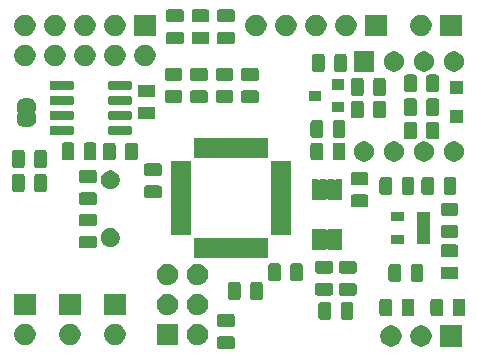
<source format=gbr>
G04 #@! TF.GenerationSoftware,KiCad,Pcbnew,5.1.5*
G04 #@! TF.CreationDate,2020-04-28T00:33:20+02:00*
G04 #@! TF.ProjectId,avr-wave,6176722d-7761-4766-952e-6b696361645f,2*
G04 #@! TF.SameCoordinates,Original*
G04 #@! TF.FileFunction,Soldermask,Top*
G04 #@! TF.FilePolarity,Negative*
%FSLAX46Y46*%
G04 Gerber Fmt 4.6, Leading zero omitted, Abs format (unit mm)*
G04 Created by KiCad (PCBNEW 5.1.5) date 2020-04-28 00:33:20*
%MOMM*%
%LPD*%
G04 APERTURE LIST*
%ADD10C,0.100000*%
G04 APERTURE END LIST*
D10*
G36*
X139522468Y-88160565D02*
G01*
X139561138Y-88172296D01*
X139596777Y-88191346D01*
X139628017Y-88216983D01*
X139653654Y-88248223D01*
X139672704Y-88283862D01*
X139684435Y-88322532D01*
X139689000Y-88368888D01*
X139689000Y-89020112D01*
X139684435Y-89066468D01*
X139672704Y-89105138D01*
X139653654Y-89140777D01*
X139628017Y-89172017D01*
X139596777Y-89197654D01*
X139561138Y-89216704D01*
X139522468Y-89228435D01*
X139476112Y-89233000D01*
X138399888Y-89233000D01*
X138353532Y-89228435D01*
X138314862Y-89216704D01*
X138279223Y-89197654D01*
X138247983Y-89172017D01*
X138222346Y-89140777D01*
X138203296Y-89105138D01*
X138191565Y-89066468D01*
X138187000Y-89020112D01*
X138187000Y-88368888D01*
X138191565Y-88322532D01*
X138203296Y-88283862D01*
X138222346Y-88248223D01*
X138247983Y-88216983D01*
X138279223Y-88191346D01*
X138314862Y-88172296D01*
X138353532Y-88160565D01*
X138399888Y-88156000D01*
X139476112Y-88156000D01*
X139522468Y-88160565D01*
G37*
G36*
X158889000Y-89039000D02*
G01*
X157087000Y-89039000D01*
X157087000Y-87237000D01*
X158889000Y-87237000D01*
X158889000Y-89039000D01*
G37*
G36*
X153003463Y-87238337D02*
G01*
X153170812Y-87271624D01*
X153334784Y-87339544D01*
X153482354Y-87438147D01*
X153607853Y-87563646D01*
X153706456Y-87711216D01*
X153774376Y-87875188D01*
X153809000Y-88049259D01*
X153809000Y-88226741D01*
X153774376Y-88400812D01*
X153706456Y-88564784D01*
X153607853Y-88712354D01*
X153482354Y-88837853D01*
X153334784Y-88936456D01*
X153170812Y-89004376D01*
X153021512Y-89034073D01*
X152996742Y-89039000D01*
X152819258Y-89039000D01*
X152794488Y-89034073D01*
X152645188Y-89004376D01*
X152481216Y-88936456D01*
X152333646Y-88837853D01*
X152208147Y-88712354D01*
X152109544Y-88564784D01*
X152041624Y-88400812D01*
X152007000Y-88226741D01*
X152007000Y-88049259D01*
X152041624Y-87875188D01*
X152109544Y-87711216D01*
X152208147Y-87563646D01*
X152333646Y-87438147D01*
X152481216Y-87339544D01*
X152645188Y-87271624D01*
X152812537Y-87238337D01*
X152819258Y-87237000D01*
X152996742Y-87237000D01*
X153003463Y-87238337D01*
G37*
G36*
X155543463Y-87238337D02*
G01*
X155710812Y-87271624D01*
X155874784Y-87339544D01*
X156022354Y-87438147D01*
X156147853Y-87563646D01*
X156246456Y-87711216D01*
X156314376Y-87875188D01*
X156349000Y-88049259D01*
X156349000Y-88226741D01*
X156314376Y-88400812D01*
X156246456Y-88564784D01*
X156147853Y-88712354D01*
X156022354Y-88837853D01*
X155874784Y-88936456D01*
X155710812Y-89004376D01*
X155561512Y-89034073D01*
X155536742Y-89039000D01*
X155359258Y-89039000D01*
X155334488Y-89034073D01*
X155185188Y-89004376D01*
X155021216Y-88936456D01*
X154873646Y-88837853D01*
X154748147Y-88712354D01*
X154649544Y-88564784D01*
X154581624Y-88400812D01*
X154547000Y-88226741D01*
X154547000Y-88049259D01*
X154581624Y-87875188D01*
X154649544Y-87711216D01*
X154748147Y-87563646D01*
X154873646Y-87438147D01*
X155021216Y-87339544D01*
X155185188Y-87271624D01*
X155352537Y-87238337D01*
X155359258Y-87237000D01*
X155536742Y-87237000D01*
X155543463Y-87238337D01*
G37*
G36*
X122033512Y-87114927D02*
G01*
X122182812Y-87144624D01*
X122346784Y-87212544D01*
X122494354Y-87311147D01*
X122619853Y-87436646D01*
X122718456Y-87584216D01*
X122786376Y-87748188D01*
X122821000Y-87922259D01*
X122821000Y-88099741D01*
X122786376Y-88273812D01*
X122718456Y-88437784D01*
X122619853Y-88585354D01*
X122494354Y-88710853D01*
X122346784Y-88809456D01*
X122182812Y-88877376D01*
X122033512Y-88907073D01*
X122008742Y-88912000D01*
X121831258Y-88912000D01*
X121806488Y-88907073D01*
X121657188Y-88877376D01*
X121493216Y-88809456D01*
X121345646Y-88710853D01*
X121220147Y-88585354D01*
X121121544Y-88437784D01*
X121053624Y-88273812D01*
X121019000Y-88099741D01*
X121019000Y-87922259D01*
X121053624Y-87748188D01*
X121121544Y-87584216D01*
X121220147Y-87436646D01*
X121345646Y-87311147D01*
X121493216Y-87212544D01*
X121657188Y-87144624D01*
X121806488Y-87114927D01*
X121831258Y-87110000D01*
X122008742Y-87110000D01*
X122033512Y-87114927D01*
G37*
G36*
X136638512Y-87114927D02*
G01*
X136787812Y-87144624D01*
X136951784Y-87212544D01*
X137099354Y-87311147D01*
X137224853Y-87436646D01*
X137323456Y-87584216D01*
X137391376Y-87748188D01*
X137426000Y-87922259D01*
X137426000Y-88099741D01*
X137391376Y-88273812D01*
X137323456Y-88437784D01*
X137224853Y-88585354D01*
X137099354Y-88710853D01*
X136951784Y-88809456D01*
X136787812Y-88877376D01*
X136638512Y-88907073D01*
X136613742Y-88912000D01*
X136436258Y-88912000D01*
X136411488Y-88907073D01*
X136262188Y-88877376D01*
X136098216Y-88809456D01*
X135950646Y-88710853D01*
X135825147Y-88585354D01*
X135726544Y-88437784D01*
X135658624Y-88273812D01*
X135624000Y-88099741D01*
X135624000Y-87922259D01*
X135658624Y-87748188D01*
X135726544Y-87584216D01*
X135825147Y-87436646D01*
X135950646Y-87311147D01*
X136098216Y-87212544D01*
X136262188Y-87144624D01*
X136411488Y-87114927D01*
X136436258Y-87110000D01*
X136613742Y-87110000D01*
X136638512Y-87114927D01*
G37*
G36*
X134886000Y-88912000D02*
G01*
X133084000Y-88912000D01*
X133084000Y-87110000D01*
X134886000Y-87110000D01*
X134886000Y-88912000D01*
G37*
G36*
X129653512Y-87114927D02*
G01*
X129802812Y-87144624D01*
X129966784Y-87212544D01*
X130114354Y-87311147D01*
X130239853Y-87436646D01*
X130338456Y-87584216D01*
X130406376Y-87748188D01*
X130441000Y-87922259D01*
X130441000Y-88099741D01*
X130406376Y-88273812D01*
X130338456Y-88437784D01*
X130239853Y-88585354D01*
X130114354Y-88710853D01*
X129966784Y-88809456D01*
X129802812Y-88877376D01*
X129653512Y-88907073D01*
X129628742Y-88912000D01*
X129451258Y-88912000D01*
X129426488Y-88907073D01*
X129277188Y-88877376D01*
X129113216Y-88809456D01*
X128965646Y-88710853D01*
X128840147Y-88585354D01*
X128741544Y-88437784D01*
X128673624Y-88273812D01*
X128639000Y-88099741D01*
X128639000Y-87922259D01*
X128673624Y-87748188D01*
X128741544Y-87584216D01*
X128840147Y-87436646D01*
X128965646Y-87311147D01*
X129113216Y-87212544D01*
X129277188Y-87144624D01*
X129426488Y-87114927D01*
X129451258Y-87110000D01*
X129628742Y-87110000D01*
X129653512Y-87114927D01*
G37*
G36*
X125843512Y-87114927D02*
G01*
X125992812Y-87144624D01*
X126156784Y-87212544D01*
X126304354Y-87311147D01*
X126429853Y-87436646D01*
X126528456Y-87584216D01*
X126596376Y-87748188D01*
X126631000Y-87922259D01*
X126631000Y-88099741D01*
X126596376Y-88273812D01*
X126528456Y-88437784D01*
X126429853Y-88585354D01*
X126304354Y-88710853D01*
X126156784Y-88809456D01*
X125992812Y-88877376D01*
X125843512Y-88907073D01*
X125818742Y-88912000D01*
X125641258Y-88912000D01*
X125616488Y-88907073D01*
X125467188Y-88877376D01*
X125303216Y-88809456D01*
X125155646Y-88710853D01*
X125030147Y-88585354D01*
X124931544Y-88437784D01*
X124863624Y-88273812D01*
X124829000Y-88099741D01*
X124829000Y-87922259D01*
X124863624Y-87748188D01*
X124931544Y-87584216D01*
X125030147Y-87436646D01*
X125155646Y-87311147D01*
X125303216Y-87212544D01*
X125467188Y-87144624D01*
X125616488Y-87114927D01*
X125641258Y-87110000D01*
X125818742Y-87110000D01*
X125843512Y-87114927D01*
G37*
G36*
X139522468Y-86285565D02*
G01*
X139561138Y-86297296D01*
X139596777Y-86316346D01*
X139628017Y-86341983D01*
X139653654Y-86373223D01*
X139672704Y-86408862D01*
X139684435Y-86447532D01*
X139689000Y-86493888D01*
X139689000Y-87145112D01*
X139684435Y-87191468D01*
X139672704Y-87230138D01*
X139653654Y-87265777D01*
X139628017Y-87297017D01*
X139596777Y-87322654D01*
X139561138Y-87341704D01*
X139522468Y-87353435D01*
X139476112Y-87358000D01*
X138399888Y-87358000D01*
X138353532Y-87353435D01*
X138314862Y-87341704D01*
X138279223Y-87322654D01*
X138247983Y-87297017D01*
X138222346Y-87265777D01*
X138203296Y-87230138D01*
X138191565Y-87191468D01*
X138187000Y-87145112D01*
X138187000Y-86493888D01*
X138191565Y-86447532D01*
X138203296Y-86408862D01*
X138222346Y-86373223D01*
X138247983Y-86341983D01*
X138279223Y-86316346D01*
X138314862Y-86297296D01*
X138353532Y-86285565D01*
X138399888Y-86281000D01*
X139476112Y-86281000D01*
X139522468Y-86285565D01*
G37*
G36*
X149559468Y-85253565D02*
G01*
X149598138Y-85265296D01*
X149633777Y-85284346D01*
X149665017Y-85309983D01*
X149690654Y-85341223D01*
X149709704Y-85376862D01*
X149721435Y-85415532D01*
X149726000Y-85461888D01*
X149726000Y-86538112D01*
X149721435Y-86584468D01*
X149709704Y-86623138D01*
X149690654Y-86658777D01*
X149665017Y-86690017D01*
X149633777Y-86715654D01*
X149598138Y-86734704D01*
X149559468Y-86746435D01*
X149513112Y-86751000D01*
X148861888Y-86751000D01*
X148815532Y-86746435D01*
X148776862Y-86734704D01*
X148741223Y-86715654D01*
X148709983Y-86690017D01*
X148684346Y-86658777D01*
X148665296Y-86623138D01*
X148653565Y-86584468D01*
X148649000Y-86538112D01*
X148649000Y-85461888D01*
X148653565Y-85415532D01*
X148665296Y-85376862D01*
X148684346Y-85341223D01*
X148709983Y-85309983D01*
X148741223Y-85284346D01*
X148776862Y-85265296D01*
X148815532Y-85253565D01*
X148861888Y-85249000D01*
X149513112Y-85249000D01*
X149559468Y-85253565D01*
G37*
G36*
X147684468Y-85253565D02*
G01*
X147723138Y-85265296D01*
X147758777Y-85284346D01*
X147790017Y-85309983D01*
X147815654Y-85341223D01*
X147834704Y-85376862D01*
X147846435Y-85415532D01*
X147851000Y-85461888D01*
X147851000Y-86538112D01*
X147846435Y-86584468D01*
X147834704Y-86623138D01*
X147815654Y-86658777D01*
X147790017Y-86690017D01*
X147758777Y-86715654D01*
X147723138Y-86734704D01*
X147684468Y-86746435D01*
X147638112Y-86751000D01*
X146986888Y-86751000D01*
X146940532Y-86746435D01*
X146901862Y-86734704D01*
X146866223Y-86715654D01*
X146834983Y-86690017D01*
X146809346Y-86658777D01*
X146790296Y-86623138D01*
X146778565Y-86584468D01*
X146774000Y-86538112D01*
X146774000Y-85461888D01*
X146778565Y-85415532D01*
X146790296Y-85376862D01*
X146809346Y-85341223D01*
X146834983Y-85309983D01*
X146866223Y-85284346D01*
X146901862Y-85265296D01*
X146940532Y-85253565D01*
X146986888Y-85249000D01*
X147638112Y-85249000D01*
X147684468Y-85253565D01*
G37*
G36*
X154725468Y-84978565D02*
G01*
X154764138Y-84990296D01*
X154799777Y-85009346D01*
X154831017Y-85034983D01*
X154856654Y-85066223D01*
X154875704Y-85101862D01*
X154887435Y-85140532D01*
X154892000Y-85186888D01*
X154892000Y-86263112D01*
X154887435Y-86309468D01*
X154875704Y-86348138D01*
X154856654Y-86383777D01*
X154831017Y-86415017D01*
X154799777Y-86440654D01*
X154764138Y-86459704D01*
X154725468Y-86471435D01*
X154679112Y-86476000D01*
X154027888Y-86476000D01*
X153981532Y-86471435D01*
X153942862Y-86459704D01*
X153907223Y-86440654D01*
X153875983Y-86415017D01*
X153850346Y-86383777D01*
X153831296Y-86348138D01*
X153819565Y-86309468D01*
X153815000Y-86263112D01*
X153815000Y-85186888D01*
X153819565Y-85140532D01*
X153831296Y-85101862D01*
X153850346Y-85066223D01*
X153875983Y-85034983D01*
X153907223Y-85009346D01*
X153942862Y-84990296D01*
X153981532Y-84978565D01*
X154027888Y-84974000D01*
X154679112Y-84974000D01*
X154725468Y-84978565D01*
G37*
G36*
X157168468Y-84978565D02*
G01*
X157207138Y-84990296D01*
X157242777Y-85009346D01*
X157274017Y-85034983D01*
X157299654Y-85066223D01*
X157318704Y-85101862D01*
X157330435Y-85140532D01*
X157335000Y-85186888D01*
X157335000Y-86263112D01*
X157330435Y-86309468D01*
X157318704Y-86348138D01*
X157299654Y-86383777D01*
X157274017Y-86415017D01*
X157242777Y-86440654D01*
X157207138Y-86459704D01*
X157168468Y-86471435D01*
X157122112Y-86476000D01*
X156470888Y-86476000D01*
X156424532Y-86471435D01*
X156385862Y-86459704D01*
X156350223Y-86440654D01*
X156318983Y-86415017D01*
X156293346Y-86383777D01*
X156274296Y-86348138D01*
X156262565Y-86309468D01*
X156258000Y-86263112D01*
X156258000Y-85186888D01*
X156262565Y-85140532D01*
X156274296Y-85101862D01*
X156293346Y-85066223D01*
X156318983Y-85034983D01*
X156350223Y-85009346D01*
X156385862Y-84990296D01*
X156424532Y-84978565D01*
X156470888Y-84974000D01*
X157122112Y-84974000D01*
X157168468Y-84978565D01*
G37*
G36*
X152850468Y-84978565D02*
G01*
X152889138Y-84990296D01*
X152924777Y-85009346D01*
X152956017Y-85034983D01*
X152981654Y-85066223D01*
X153000704Y-85101862D01*
X153012435Y-85140532D01*
X153017000Y-85186888D01*
X153017000Y-86263112D01*
X153012435Y-86309468D01*
X153000704Y-86348138D01*
X152981654Y-86383777D01*
X152956017Y-86415017D01*
X152924777Y-86440654D01*
X152889138Y-86459704D01*
X152850468Y-86471435D01*
X152804112Y-86476000D01*
X152152888Y-86476000D01*
X152106532Y-86471435D01*
X152067862Y-86459704D01*
X152032223Y-86440654D01*
X152000983Y-86415017D01*
X151975346Y-86383777D01*
X151956296Y-86348138D01*
X151944565Y-86309468D01*
X151940000Y-86263112D01*
X151940000Y-85186888D01*
X151944565Y-85140532D01*
X151956296Y-85101862D01*
X151975346Y-85066223D01*
X152000983Y-85034983D01*
X152032223Y-85009346D01*
X152067862Y-84990296D01*
X152106532Y-84978565D01*
X152152888Y-84974000D01*
X152804112Y-84974000D01*
X152850468Y-84978565D01*
G37*
G36*
X159043468Y-84978565D02*
G01*
X159082138Y-84990296D01*
X159117777Y-85009346D01*
X159149017Y-85034983D01*
X159174654Y-85066223D01*
X159193704Y-85101862D01*
X159205435Y-85140532D01*
X159210000Y-85186888D01*
X159210000Y-86263112D01*
X159205435Y-86309468D01*
X159193704Y-86348138D01*
X159174654Y-86383777D01*
X159149017Y-86415017D01*
X159117777Y-86440654D01*
X159082138Y-86459704D01*
X159043468Y-86471435D01*
X158997112Y-86476000D01*
X158345888Y-86476000D01*
X158299532Y-86471435D01*
X158260862Y-86459704D01*
X158225223Y-86440654D01*
X158193983Y-86415017D01*
X158168346Y-86383777D01*
X158149296Y-86348138D01*
X158137565Y-86309468D01*
X158133000Y-86263112D01*
X158133000Y-85186888D01*
X158137565Y-85140532D01*
X158149296Y-85101862D01*
X158168346Y-85066223D01*
X158193983Y-85034983D01*
X158225223Y-85009346D01*
X158260862Y-84990296D01*
X158299532Y-84978565D01*
X158345888Y-84974000D01*
X158997112Y-84974000D01*
X159043468Y-84978565D01*
G37*
G36*
X134098512Y-84574927D02*
G01*
X134247812Y-84604624D01*
X134411784Y-84672544D01*
X134559354Y-84771147D01*
X134684853Y-84896646D01*
X134783456Y-85044216D01*
X134851376Y-85208188D01*
X134875180Y-85327861D01*
X134884927Y-85376862D01*
X134886000Y-85382259D01*
X134886000Y-85559741D01*
X134851376Y-85733812D01*
X134783456Y-85897784D01*
X134684853Y-86045354D01*
X134559354Y-86170853D01*
X134411784Y-86269456D01*
X134247812Y-86337376D01*
X134098512Y-86367073D01*
X134073742Y-86372000D01*
X133896258Y-86372000D01*
X133871488Y-86367073D01*
X133722188Y-86337376D01*
X133558216Y-86269456D01*
X133410646Y-86170853D01*
X133285147Y-86045354D01*
X133186544Y-85897784D01*
X133118624Y-85733812D01*
X133084000Y-85559741D01*
X133084000Y-85382259D01*
X133085074Y-85376862D01*
X133094820Y-85327861D01*
X133118624Y-85208188D01*
X133186544Y-85044216D01*
X133285147Y-84896646D01*
X133410646Y-84771147D01*
X133558216Y-84672544D01*
X133722188Y-84604624D01*
X133871488Y-84574927D01*
X133896258Y-84570000D01*
X134073742Y-84570000D01*
X134098512Y-84574927D01*
G37*
G36*
X136638512Y-84574927D02*
G01*
X136787812Y-84604624D01*
X136951784Y-84672544D01*
X137099354Y-84771147D01*
X137224853Y-84896646D01*
X137323456Y-85044216D01*
X137391376Y-85208188D01*
X137415180Y-85327861D01*
X137424927Y-85376862D01*
X137426000Y-85382259D01*
X137426000Y-85559741D01*
X137391376Y-85733812D01*
X137323456Y-85897784D01*
X137224853Y-86045354D01*
X137099354Y-86170853D01*
X136951784Y-86269456D01*
X136787812Y-86337376D01*
X136638512Y-86367073D01*
X136613742Y-86372000D01*
X136436258Y-86372000D01*
X136411488Y-86367073D01*
X136262188Y-86337376D01*
X136098216Y-86269456D01*
X135950646Y-86170853D01*
X135825147Y-86045354D01*
X135726544Y-85897784D01*
X135658624Y-85733812D01*
X135624000Y-85559741D01*
X135624000Y-85382259D01*
X135625074Y-85376862D01*
X135634820Y-85327861D01*
X135658624Y-85208188D01*
X135726544Y-85044216D01*
X135825147Y-84896646D01*
X135950646Y-84771147D01*
X136098216Y-84672544D01*
X136262188Y-84604624D01*
X136411488Y-84574927D01*
X136436258Y-84570000D01*
X136613742Y-84570000D01*
X136638512Y-84574927D01*
G37*
G36*
X130441000Y-86372000D02*
G01*
X128639000Y-86372000D01*
X128639000Y-84570000D01*
X130441000Y-84570000D01*
X130441000Y-86372000D01*
G37*
G36*
X126631000Y-86372000D02*
G01*
X124829000Y-86372000D01*
X124829000Y-84570000D01*
X126631000Y-84570000D01*
X126631000Y-86372000D01*
G37*
G36*
X122821000Y-86372000D02*
G01*
X121019000Y-86372000D01*
X121019000Y-84570000D01*
X122821000Y-84570000D01*
X122821000Y-86372000D01*
G37*
G36*
X141898468Y-83581565D02*
G01*
X141937138Y-83593296D01*
X141972777Y-83612346D01*
X142004017Y-83637983D01*
X142029654Y-83669223D01*
X142048704Y-83704862D01*
X142060435Y-83743532D01*
X142065000Y-83789888D01*
X142065000Y-84866112D01*
X142060435Y-84912468D01*
X142048704Y-84951138D01*
X142029654Y-84986777D01*
X142004017Y-85018017D01*
X141972777Y-85043654D01*
X141937138Y-85062704D01*
X141898468Y-85074435D01*
X141852112Y-85079000D01*
X141200888Y-85079000D01*
X141154532Y-85074435D01*
X141115862Y-85062704D01*
X141080223Y-85043654D01*
X141048983Y-85018017D01*
X141023346Y-84986777D01*
X141004296Y-84951138D01*
X140992565Y-84912468D01*
X140988000Y-84866112D01*
X140988000Y-83789888D01*
X140992565Y-83743532D01*
X141004296Y-83704862D01*
X141023346Y-83669223D01*
X141048983Y-83637983D01*
X141080223Y-83612346D01*
X141115862Y-83593296D01*
X141154532Y-83581565D01*
X141200888Y-83577000D01*
X141852112Y-83577000D01*
X141898468Y-83581565D01*
G37*
G36*
X140023468Y-83581565D02*
G01*
X140062138Y-83593296D01*
X140097777Y-83612346D01*
X140129017Y-83637983D01*
X140154654Y-83669223D01*
X140173704Y-83704862D01*
X140185435Y-83743532D01*
X140190000Y-83789888D01*
X140190000Y-84866112D01*
X140185435Y-84912468D01*
X140173704Y-84951138D01*
X140154654Y-84986777D01*
X140129017Y-85018017D01*
X140097777Y-85043654D01*
X140062138Y-85062704D01*
X140023468Y-85074435D01*
X139977112Y-85079000D01*
X139325888Y-85079000D01*
X139279532Y-85074435D01*
X139240862Y-85062704D01*
X139205223Y-85043654D01*
X139173983Y-85018017D01*
X139148346Y-84986777D01*
X139129296Y-84951138D01*
X139117565Y-84912468D01*
X139113000Y-84866112D01*
X139113000Y-83789888D01*
X139117565Y-83743532D01*
X139129296Y-83704862D01*
X139148346Y-83669223D01*
X139173983Y-83637983D01*
X139205223Y-83612346D01*
X139240862Y-83593296D01*
X139279532Y-83581565D01*
X139325888Y-83577000D01*
X139977112Y-83577000D01*
X140023468Y-83581565D01*
G37*
G36*
X149834468Y-83653565D02*
G01*
X149873138Y-83665296D01*
X149908777Y-83684346D01*
X149940017Y-83709983D01*
X149965654Y-83741223D01*
X149984704Y-83776862D01*
X149996435Y-83815532D01*
X150001000Y-83861888D01*
X150001000Y-84513112D01*
X149996435Y-84559468D01*
X149984704Y-84598138D01*
X149965654Y-84633777D01*
X149940017Y-84665017D01*
X149908777Y-84690654D01*
X149873138Y-84709704D01*
X149834468Y-84721435D01*
X149788112Y-84726000D01*
X148711888Y-84726000D01*
X148665532Y-84721435D01*
X148626862Y-84709704D01*
X148591223Y-84690654D01*
X148559983Y-84665017D01*
X148534346Y-84633777D01*
X148515296Y-84598138D01*
X148503565Y-84559468D01*
X148499000Y-84513112D01*
X148499000Y-83861888D01*
X148503565Y-83815532D01*
X148515296Y-83776862D01*
X148534346Y-83741223D01*
X148559983Y-83709983D01*
X148591223Y-83684346D01*
X148626862Y-83665296D01*
X148665532Y-83653565D01*
X148711888Y-83649000D01*
X149788112Y-83649000D01*
X149834468Y-83653565D01*
G37*
G36*
X147834468Y-83653565D02*
G01*
X147873138Y-83665296D01*
X147908777Y-83684346D01*
X147940017Y-83709983D01*
X147965654Y-83741223D01*
X147984704Y-83776862D01*
X147996435Y-83815532D01*
X148001000Y-83861888D01*
X148001000Y-84513112D01*
X147996435Y-84559468D01*
X147984704Y-84598138D01*
X147965654Y-84633777D01*
X147940017Y-84665017D01*
X147908777Y-84690654D01*
X147873138Y-84709704D01*
X147834468Y-84721435D01*
X147788112Y-84726000D01*
X146711888Y-84726000D01*
X146665532Y-84721435D01*
X146626862Y-84709704D01*
X146591223Y-84690654D01*
X146559983Y-84665017D01*
X146534346Y-84633777D01*
X146515296Y-84598138D01*
X146503565Y-84559468D01*
X146499000Y-84513112D01*
X146499000Y-83861888D01*
X146503565Y-83815532D01*
X146515296Y-83776862D01*
X146534346Y-83741223D01*
X146559983Y-83709983D01*
X146591223Y-83684346D01*
X146626862Y-83665296D01*
X146665532Y-83653565D01*
X146711888Y-83649000D01*
X147788112Y-83649000D01*
X147834468Y-83653565D01*
G37*
G36*
X136635590Y-82034346D02*
G01*
X136787812Y-82064624D01*
X136951784Y-82132544D01*
X137099354Y-82231147D01*
X137224853Y-82356646D01*
X137323456Y-82504216D01*
X137391376Y-82668188D01*
X137426000Y-82842259D01*
X137426000Y-83019741D01*
X137391376Y-83193812D01*
X137323456Y-83357784D01*
X137224853Y-83505354D01*
X137099354Y-83630853D01*
X136951784Y-83729456D01*
X136787812Y-83797376D01*
X136638512Y-83827073D01*
X136613742Y-83832000D01*
X136436258Y-83832000D01*
X136411488Y-83827073D01*
X136262188Y-83797376D01*
X136098216Y-83729456D01*
X135950646Y-83630853D01*
X135825147Y-83505354D01*
X135726544Y-83357784D01*
X135658624Y-83193812D01*
X135624000Y-83019741D01*
X135624000Y-82842259D01*
X135658624Y-82668188D01*
X135726544Y-82504216D01*
X135825147Y-82356646D01*
X135950646Y-82231147D01*
X136098216Y-82132544D01*
X136262188Y-82064624D01*
X136414410Y-82034346D01*
X136436258Y-82030000D01*
X136613742Y-82030000D01*
X136635590Y-82034346D01*
G37*
G36*
X134095590Y-82034346D02*
G01*
X134247812Y-82064624D01*
X134411784Y-82132544D01*
X134559354Y-82231147D01*
X134684853Y-82356646D01*
X134783456Y-82504216D01*
X134851376Y-82668188D01*
X134886000Y-82842259D01*
X134886000Y-83019741D01*
X134851376Y-83193812D01*
X134783456Y-83357784D01*
X134684853Y-83505354D01*
X134559354Y-83630853D01*
X134411784Y-83729456D01*
X134247812Y-83797376D01*
X134098512Y-83827073D01*
X134073742Y-83832000D01*
X133896258Y-83832000D01*
X133871488Y-83827073D01*
X133722188Y-83797376D01*
X133558216Y-83729456D01*
X133410646Y-83630853D01*
X133285147Y-83505354D01*
X133186544Y-83357784D01*
X133118624Y-83193812D01*
X133084000Y-83019741D01*
X133084000Y-82842259D01*
X133118624Y-82668188D01*
X133186544Y-82504216D01*
X133285147Y-82356646D01*
X133410646Y-82231147D01*
X133558216Y-82132544D01*
X133722188Y-82064624D01*
X133874410Y-82034346D01*
X133896258Y-82030000D01*
X134073742Y-82030000D01*
X134095590Y-82034346D01*
G37*
G36*
X153612468Y-82057565D02*
G01*
X153651138Y-82069296D01*
X153686777Y-82088346D01*
X153718017Y-82113983D01*
X153743654Y-82145223D01*
X153762704Y-82180862D01*
X153774435Y-82219532D01*
X153779000Y-82265888D01*
X153779000Y-83342112D01*
X153774435Y-83388468D01*
X153762704Y-83427138D01*
X153743654Y-83462777D01*
X153718017Y-83494017D01*
X153686777Y-83519654D01*
X153651138Y-83538704D01*
X153612468Y-83550435D01*
X153566112Y-83555000D01*
X152914888Y-83555000D01*
X152868532Y-83550435D01*
X152829862Y-83538704D01*
X152794223Y-83519654D01*
X152762983Y-83494017D01*
X152737346Y-83462777D01*
X152718296Y-83427138D01*
X152706565Y-83388468D01*
X152702000Y-83342112D01*
X152702000Y-82265888D01*
X152706565Y-82219532D01*
X152718296Y-82180862D01*
X152737346Y-82145223D01*
X152762983Y-82113983D01*
X152794223Y-82088346D01*
X152829862Y-82069296D01*
X152868532Y-82057565D01*
X152914888Y-82053000D01*
X153566112Y-82053000D01*
X153612468Y-82057565D01*
G37*
G36*
X155487468Y-82057565D02*
G01*
X155526138Y-82069296D01*
X155561777Y-82088346D01*
X155593017Y-82113983D01*
X155618654Y-82145223D01*
X155637704Y-82180862D01*
X155649435Y-82219532D01*
X155654000Y-82265888D01*
X155654000Y-83342112D01*
X155649435Y-83388468D01*
X155637704Y-83427138D01*
X155618654Y-83462777D01*
X155593017Y-83494017D01*
X155561777Y-83519654D01*
X155526138Y-83538704D01*
X155487468Y-83550435D01*
X155441112Y-83555000D01*
X154789888Y-83555000D01*
X154743532Y-83550435D01*
X154704862Y-83538704D01*
X154669223Y-83519654D01*
X154637983Y-83494017D01*
X154612346Y-83462777D01*
X154593296Y-83427138D01*
X154581565Y-83388468D01*
X154577000Y-83342112D01*
X154577000Y-82265888D01*
X154581565Y-82219532D01*
X154593296Y-82180862D01*
X154612346Y-82145223D01*
X154637983Y-82113983D01*
X154669223Y-82088346D01*
X154704862Y-82069296D01*
X154743532Y-82057565D01*
X154789888Y-82053000D01*
X155441112Y-82053000D01*
X155487468Y-82057565D01*
G37*
G36*
X143434468Y-82003565D02*
G01*
X143473138Y-82015296D01*
X143508777Y-82034346D01*
X143540017Y-82059983D01*
X143565654Y-82091223D01*
X143584704Y-82126862D01*
X143596435Y-82165532D01*
X143601000Y-82211888D01*
X143601000Y-83288112D01*
X143596435Y-83334468D01*
X143584704Y-83373138D01*
X143565654Y-83408777D01*
X143540017Y-83440017D01*
X143508777Y-83465654D01*
X143473138Y-83484704D01*
X143434468Y-83496435D01*
X143388112Y-83501000D01*
X142736888Y-83501000D01*
X142690532Y-83496435D01*
X142651862Y-83484704D01*
X142616223Y-83465654D01*
X142584983Y-83440017D01*
X142559346Y-83408777D01*
X142540296Y-83373138D01*
X142528565Y-83334468D01*
X142524000Y-83288112D01*
X142524000Y-82211888D01*
X142528565Y-82165532D01*
X142540296Y-82126862D01*
X142559346Y-82091223D01*
X142584983Y-82059983D01*
X142616223Y-82034346D01*
X142651862Y-82015296D01*
X142690532Y-82003565D01*
X142736888Y-81999000D01*
X143388112Y-81999000D01*
X143434468Y-82003565D01*
G37*
G36*
X145309468Y-82003565D02*
G01*
X145348138Y-82015296D01*
X145383777Y-82034346D01*
X145415017Y-82059983D01*
X145440654Y-82091223D01*
X145459704Y-82126862D01*
X145471435Y-82165532D01*
X145476000Y-82211888D01*
X145476000Y-83288112D01*
X145471435Y-83334468D01*
X145459704Y-83373138D01*
X145440654Y-83408777D01*
X145415017Y-83440017D01*
X145383777Y-83465654D01*
X145348138Y-83484704D01*
X145309468Y-83496435D01*
X145263112Y-83501000D01*
X144611888Y-83501000D01*
X144565532Y-83496435D01*
X144526862Y-83484704D01*
X144491223Y-83465654D01*
X144459983Y-83440017D01*
X144434346Y-83408777D01*
X144415296Y-83373138D01*
X144403565Y-83334468D01*
X144399000Y-83288112D01*
X144399000Y-82211888D01*
X144403565Y-82165532D01*
X144415296Y-82126862D01*
X144434346Y-82091223D01*
X144459983Y-82059983D01*
X144491223Y-82034346D01*
X144526862Y-82015296D01*
X144565532Y-82003565D01*
X144611888Y-81999000D01*
X145263112Y-81999000D01*
X145309468Y-82003565D01*
G37*
G36*
X158445468Y-82270065D02*
G01*
X158484138Y-82281796D01*
X158519777Y-82300846D01*
X158551017Y-82326483D01*
X158576654Y-82357723D01*
X158595704Y-82393362D01*
X158607435Y-82432032D01*
X158612000Y-82478388D01*
X158612000Y-83129612D01*
X158607435Y-83175968D01*
X158595704Y-83214638D01*
X158576654Y-83250277D01*
X158551017Y-83281517D01*
X158519777Y-83307154D01*
X158484138Y-83326204D01*
X158445468Y-83337935D01*
X158399112Y-83342500D01*
X157322888Y-83342500D01*
X157276532Y-83337935D01*
X157237862Y-83326204D01*
X157202223Y-83307154D01*
X157170983Y-83281517D01*
X157145346Y-83250277D01*
X157126296Y-83214638D01*
X157114565Y-83175968D01*
X157110000Y-83129612D01*
X157110000Y-82478388D01*
X157114565Y-82432032D01*
X157126296Y-82393362D01*
X157145346Y-82357723D01*
X157170983Y-82326483D01*
X157202223Y-82300846D01*
X157237862Y-82281796D01*
X157276532Y-82270065D01*
X157322888Y-82265500D01*
X158399112Y-82265500D01*
X158445468Y-82270065D01*
G37*
G36*
X149834468Y-81778565D02*
G01*
X149873138Y-81790296D01*
X149908777Y-81809346D01*
X149940017Y-81834983D01*
X149965654Y-81866223D01*
X149984704Y-81901862D01*
X149996435Y-81940532D01*
X150001000Y-81986888D01*
X150001000Y-82638112D01*
X149996435Y-82684468D01*
X149984704Y-82723138D01*
X149965654Y-82758777D01*
X149940017Y-82790017D01*
X149908777Y-82815654D01*
X149873138Y-82834704D01*
X149834468Y-82846435D01*
X149788112Y-82851000D01*
X148711888Y-82851000D01*
X148665532Y-82846435D01*
X148626862Y-82834704D01*
X148591223Y-82815654D01*
X148559983Y-82790017D01*
X148534346Y-82758777D01*
X148515296Y-82723138D01*
X148503565Y-82684468D01*
X148499000Y-82638112D01*
X148499000Y-81986888D01*
X148503565Y-81940532D01*
X148515296Y-81901862D01*
X148534346Y-81866223D01*
X148559983Y-81834983D01*
X148591223Y-81809346D01*
X148626862Y-81790296D01*
X148665532Y-81778565D01*
X148711888Y-81774000D01*
X149788112Y-81774000D01*
X149834468Y-81778565D01*
G37*
G36*
X147834468Y-81778565D02*
G01*
X147873138Y-81790296D01*
X147908777Y-81809346D01*
X147940017Y-81834983D01*
X147965654Y-81866223D01*
X147984704Y-81901862D01*
X147996435Y-81940532D01*
X148001000Y-81986888D01*
X148001000Y-82638112D01*
X147996435Y-82684468D01*
X147984704Y-82723138D01*
X147965654Y-82758777D01*
X147940017Y-82790017D01*
X147908777Y-82815654D01*
X147873138Y-82834704D01*
X147834468Y-82846435D01*
X147788112Y-82851000D01*
X146711888Y-82851000D01*
X146665532Y-82846435D01*
X146626862Y-82834704D01*
X146591223Y-82815654D01*
X146559983Y-82790017D01*
X146534346Y-82758777D01*
X146515296Y-82723138D01*
X146503565Y-82684468D01*
X146499000Y-82638112D01*
X146499000Y-81986888D01*
X146503565Y-81940532D01*
X146515296Y-81901862D01*
X146534346Y-81866223D01*
X146559983Y-81834983D01*
X146591223Y-81809346D01*
X146626862Y-81790296D01*
X146665532Y-81778565D01*
X146711888Y-81774000D01*
X147788112Y-81774000D01*
X147834468Y-81778565D01*
G37*
G36*
X142487000Y-81542000D02*
G01*
X136235000Y-81542000D01*
X136235000Y-79840000D01*
X142487000Y-79840000D01*
X142487000Y-81542000D01*
G37*
G36*
X158445468Y-80395065D02*
G01*
X158484138Y-80406796D01*
X158519777Y-80425846D01*
X158551017Y-80451483D01*
X158576654Y-80482723D01*
X158595704Y-80518362D01*
X158607435Y-80557032D01*
X158612000Y-80603388D01*
X158612000Y-81254612D01*
X158607435Y-81300968D01*
X158595704Y-81339638D01*
X158576654Y-81375277D01*
X158551017Y-81406517D01*
X158519777Y-81432154D01*
X158484138Y-81451204D01*
X158445468Y-81462935D01*
X158399112Y-81467500D01*
X157322888Y-81467500D01*
X157276532Y-81462935D01*
X157237862Y-81451204D01*
X157202223Y-81432154D01*
X157170983Y-81406517D01*
X157145346Y-81375277D01*
X157126296Y-81339638D01*
X157114565Y-81300968D01*
X157110000Y-81254612D01*
X157110000Y-80603388D01*
X157114565Y-80557032D01*
X157126296Y-80518362D01*
X157145346Y-80482723D01*
X157170983Y-80451483D01*
X157202223Y-80425846D01*
X157237862Y-80406796D01*
X157276532Y-80395065D01*
X157322888Y-80390500D01*
X158399112Y-80390500D01*
X158445468Y-80395065D01*
G37*
G36*
X146755051Y-79102284D02*
G01*
X146771446Y-79107258D01*
X146791078Y-79117751D01*
X146813717Y-79127128D01*
X146837750Y-79131908D01*
X146862254Y-79131908D01*
X146886287Y-79127127D01*
X146908922Y-79117751D01*
X146928554Y-79107258D01*
X146944949Y-79102284D01*
X146968141Y-79100000D01*
X147381859Y-79100000D01*
X147405051Y-79102284D01*
X147421446Y-79107258D01*
X147441078Y-79117751D01*
X147463717Y-79127128D01*
X147487750Y-79131908D01*
X147512254Y-79131908D01*
X147536287Y-79127127D01*
X147558922Y-79117751D01*
X147578554Y-79107258D01*
X147594949Y-79102284D01*
X147618141Y-79100000D01*
X148031859Y-79100000D01*
X148055051Y-79102284D01*
X148071446Y-79107258D01*
X148091078Y-79117751D01*
X148113717Y-79127128D01*
X148137750Y-79131908D01*
X148162254Y-79131908D01*
X148186287Y-79127127D01*
X148208922Y-79117751D01*
X148228554Y-79107258D01*
X148244949Y-79102284D01*
X148268141Y-79100000D01*
X148681859Y-79100000D01*
X148705051Y-79102284D01*
X148721443Y-79107257D01*
X148736555Y-79115334D01*
X148749798Y-79126202D01*
X148760666Y-79139445D01*
X148768743Y-79154557D01*
X148773716Y-79170949D01*
X148776000Y-79194141D01*
X148776000Y-80732859D01*
X148773716Y-80756051D01*
X148768743Y-80772443D01*
X148760666Y-80787555D01*
X148749798Y-80800798D01*
X148736555Y-80811666D01*
X148721443Y-80819743D01*
X148705051Y-80824716D01*
X148681859Y-80827000D01*
X148268141Y-80827000D01*
X148244949Y-80824716D01*
X148228554Y-80819742D01*
X148208922Y-80809249D01*
X148186283Y-80799872D01*
X148162250Y-80795092D01*
X148137746Y-80795092D01*
X148113713Y-80799873D01*
X148091078Y-80809249D01*
X148071446Y-80819742D01*
X148055051Y-80824716D01*
X148031859Y-80827000D01*
X147618141Y-80827000D01*
X147594949Y-80824716D01*
X147578554Y-80819742D01*
X147558922Y-80809249D01*
X147536283Y-80799872D01*
X147512250Y-80795092D01*
X147487746Y-80795092D01*
X147463713Y-80799873D01*
X147441078Y-80809249D01*
X147421446Y-80819742D01*
X147405051Y-80824716D01*
X147381859Y-80827000D01*
X146968141Y-80827000D01*
X146944949Y-80824716D01*
X146928554Y-80819742D01*
X146908922Y-80809249D01*
X146886283Y-80799872D01*
X146862250Y-80795092D01*
X146837746Y-80795092D01*
X146813713Y-80799873D01*
X146791078Y-80809249D01*
X146771446Y-80819742D01*
X146755051Y-80824716D01*
X146731859Y-80827000D01*
X146318141Y-80827000D01*
X146294949Y-80824716D01*
X146278557Y-80819743D01*
X146263445Y-80811666D01*
X146250202Y-80800798D01*
X146239334Y-80787555D01*
X146231257Y-80772443D01*
X146226284Y-80756051D01*
X146224000Y-80732859D01*
X146224000Y-79194141D01*
X146226284Y-79170949D01*
X146231257Y-79154557D01*
X146239334Y-79139445D01*
X146250202Y-79126202D01*
X146263445Y-79115334D01*
X146278557Y-79107257D01*
X146294949Y-79102284D01*
X146318141Y-79100000D01*
X146731859Y-79100000D01*
X146755051Y-79102284D01*
G37*
G36*
X127838468Y-79651565D02*
G01*
X127877138Y-79663296D01*
X127912777Y-79682346D01*
X127944017Y-79707983D01*
X127969654Y-79739223D01*
X127988704Y-79774862D01*
X128000435Y-79813532D01*
X128005000Y-79859888D01*
X128005000Y-80511112D01*
X128000435Y-80557468D01*
X127988704Y-80596138D01*
X127969654Y-80631777D01*
X127944017Y-80663017D01*
X127912777Y-80688654D01*
X127877138Y-80707704D01*
X127838468Y-80719435D01*
X127792112Y-80724000D01*
X126715888Y-80724000D01*
X126669532Y-80719435D01*
X126630862Y-80707704D01*
X126595223Y-80688654D01*
X126563983Y-80663017D01*
X126538346Y-80631777D01*
X126519296Y-80596138D01*
X126507565Y-80557468D01*
X126503000Y-80511112D01*
X126503000Y-79859888D01*
X126507565Y-79813532D01*
X126519296Y-79774862D01*
X126538346Y-79739223D01*
X126563983Y-79707983D01*
X126595223Y-79682346D01*
X126630862Y-79663296D01*
X126669532Y-79651565D01*
X126715888Y-79647000D01*
X127792112Y-79647000D01*
X127838468Y-79651565D01*
G37*
G36*
X129392642Y-79039781D02*
G01*
X129538414Y-79100162D01*
X129538416Y-79100163D01*
X129669608Y-79187822D01*
X129781178Y-79299392D01*
X129828356Y-79370000D01*
X129868838Y-79430586D01*
X129929219Y-79576358D01*
X129960000Y-79731107D01*
X129960000Y-79888893D01*
X129929219Y-80043642D01*
X129868838Y-80189414D01*
X129868837Y-80189416D01*
X129781178Y-80320608D01*
X129669608Y-80432178D01*
X129538416Y-80519837D01*
X129538415Y-80519838D01*
X129538414Y-80519838D01*
X129392642Y-80580219D01*
X129237893Y-80611000D01*
X129080107Y-80611000D01*
X128925358Y-80580219D01*
X128779586Y-80519838D01*
X128779585Y-80519838D01*
X128779584Y-80519837D01*
X128648392Y-80432178D01*
X128536822Y-80320608D01*
X128449163Y-80189416D01*
X128449162Y-80189414D01*
X128388781Y-80043642D01*
X128358000Y-79888893D01*
X128358000Y-79731107D01*
X128388781Y-79576358D01*
X128449162Y-79430586D01*
X128489644Y-79370000D01*
X128536822Y-79299392D01*
X128648392Y-79187822D01*
X128779584Y-79100163D01*
X128779586Y-79100162D01*
X128925358Y-79039781D01*
X129080107Y-79009000D01*
X129237893Y-79009000D01*
X129392642Y-79039781D01*
G37*
G36*
X156240000Y-80320000D02*
G01*
X155078000Y-80320000D01*
X155078000Y-77668000D01*
X156240000Y-77668000D01*
X156240000Y-80320000D01*
G37*
G36*
X154040000Y-80320000D02*
G01*
X152878000Y-80320000D01*
X152878000Y-79568000D01*
X154040000Y-79568000D01*
X154040000Y-80320000D01*
G37*
G36*
X158445468Y-78762565D02*
G01*
X158484138Y-78774296D01*
X158519777Y-78793346D01*
X158551017Y-78818983D01*
X158576654Y-78850223D01*
X158595704Y-78885862D01*
X158607435Y-78924532D01*
X158612000Y-78970888D01*
X158612000Y-79622112D01*
X158607435Y-79668468D01*
X158595704Y-79707138D01*
X158576654Y-79742777D01*
X158551017Y-79774017D01*
X158519777Y-79799654D01*
X158484138Y-79818704D01*
X158445468Y-79830435D01*
X158399112Y-79835000D01*
X157322888Y-79835000D01*
X157276532Y-79830435D01*
X157237862Y-79818704D01*
X157202223Y-79799654D01*
X157170983Y-79774017D01*
X157145346Y-79742777D01*
X157126296Y-79707138D01*
X157114565Y-79668468D01*
X157110000Y-79622112D01*
X157110000Y-78970888D01*
X157114565Y-78924532D01*
X157126296Y-78885862D01*
X157145346Y-78850223D01*
X157170983Y-78818983D01*
X157202223Y-78793346D01*
X157237862Y-78774296D01*
X157276532Y-78762565D01*
X157322888Y-78758000D01*
X158399112Y-78758000D01*
X158445468Y-78762565D01*
G37*
G36*
X135962000Y-79567000D02*
G01*
X134260000Y-79567000D01*
X134260000Y-73315000D01*
X135962000Y-73315000D01*
X135962000Y-79567000D01*
G37*
G36*
X144462000Y-79567000D02*
G01*
X142760000Y-79567000D01*
X142760000Y-73315000D01*
X144462000Y-73315000D01*
X144462000Y-79567000D01*
G37*
G36*
X127838468Y-77776565D02*
G01*
X127877138Y-77788296D01*
X127912777Y-77807346D01*
X127944017Y-77832983D01*
X127969654Y-77864223D01*
X127988704Y-77899862D01*
X128000435Y-77938532D01*
X128005000Y-77984888D01*
X128005000Y-78636112D01*
X128000435Y-78682468D01*
X127988704Y-78721138D01*
X127969654Y-78756777D01*
X127944017Y-78788017D01*
X127912777Y-78813654D01*
X127877138Y-78832704D01*
X127838468Y-78844435D01*
X127792112Y-78849000D01*
X126715888Y-78849000D01*
X126669532Y-78844435D01*
X126630862Y-78832704D01*
X126595223Y-78813654D01*
X126563983Y-78788017D01*
X126538346Y-78756777D01*
X126519296Y-78721138D01*
X126507565Y-78682468D01*
X126503000Y-78636112D01*
X126503000Y-77984888D01*
X126507565Y-77938532D01*
X126519296Y-77899862D01*
X126538346Y-77864223D01*
X126563983Y-77832983D01*
X126595223Y-77807346D01*
X126630862Y-77788296D01*
X126669532Y-77776565D01*
X126715888Y-77772000D01*
X127792112Y-77772000D01*
X127838468Y-77776565D01*
G37*
G36*
X154040000Y-78420000D02*
G01*
X152878000Y-78420000D01*
X152878000Y-77668000D01*
X154040000Y-77668000D01*
X154040000Y-78420000D01*
G37*
G36*
X158445468Y-76887565D02*
G01*
X158484138Y-76899296D01*
X158519777Y-76918346D01*
X158551017Y-76943983D01*
X158576654Y-76975223D01*
X158595704Y-77010862D01*
X158607435Y-77049532D01*
X158612000Y-77095888D01*
X158612000Y-77747112D01*
X158607435Y-77793468D01*
X158595704Y-77832138D01*
X158576654Y-77867777D01*
X158551017Y-77899017D01*
X158519777Y-77924654D01*
X158484138Y-77943704D01*
X158445468Y-77955435D01*
X158399112Y-77960000D01*
X157322888Y-77960000D01*
X157276532Y-77955435D01*
X157237862Y-77943704D01*
X157202223Y-77924654D01*
X157170983Y-77899017D01*
X157145346Y-77867777D01*
X157126296Y-77832138D01*
X157114565Y-77793468D01*
X157110000Y-77747112D01*
X157110000Y-77095888D01*
X157114565Y-77049532D01*
X157126296Y-77010862D01*
X157145346Y-76975223D01*
X157170983Y-76943983D01*
X157202223Y-76918346D01*
X157237862Y-76899296D01*
X157276532Y-76887565D01*
X157322888Y-76883000D01*
X158399112Y-76883000D01*
X158445468Y-76887565D01*
G37*
G36*
X150834468Y-76153565D02*
G01*
X150873138Y-76165296D01*
X150908777Y-76184346D01*
X150940017Y-76209983D01*
X150965654Y-76241223D01*
X150984704Y-76276862D01*
X150996435Y-76315532D01*
X151001000Y-76361888D01*
X151001000Y-77013112D01*
X150996435Y-77059468D01*
X150984704Y-77098138D01*
X150965654Y-77133777D01*
X150940017Y-77165017D01*
X150908777Y-77190654D01*
X150873138Y-77209704D01*
X150834468Y-77221435D01*
X150788112Y-77226000D01*
X149711888Y-77226000D01*
X149665532Y-77221435D01*
X149626862Y-77209704D01*
X149591223Y-77190654D01*
X149559983Y-77165017D01*
X149534346Y-77133777D01*
X149515296Y-77098138D01*
X149503565Y-77059468D01*
X149499000Y-77013112D01*
X149499000Y-76361888D01*
X149503565Y-76315532D01*
X149515296Y-76276862D01*
X149534346Y-76241223D01*
X149559983Y-76209983D01*
X149591223Y-76184346D01*
X149626862Y-76165296D01*
X149665532Y-76153565D01*
X149711888Y-76149000D01*
X150788112Y-76149000D01*
X150834468Y-76153565D01*
G37*
G36*
X127838468Y-75968565D02*
G01*
X127877138Y-75980296D01*
X127912777Y-75999346D01*
X127944017Y-76024983D01*
X127969654Y-76056223D01*
X127988704Y-76091862D01*
X128000435Y-76130532D01*
X128005000Y-76176888D01*
X128005000Y-76828112D01*
X128000435Y-76874468D01*
X127988704Y-76913138D01*
X127969654Y-76948777D01*
X127944017Y-76980017D01*
X127912777Y-77005654D01*
X127877138Y-77024704D01*
X127838468Y-77036435D01*
X127792112Y-77041000D01*
X126715888Y-77041000D01*
X126669532Y-77036435D01*
X126630862Y-77024704D01*
X126595223Y-77005654D01*
X126563983Y-76980017D01*
X126538346Y-76948777D01*
X126519296Y-76913138D01*
X126507565Y-76874468D01*
X126503000Y-76828112D01*
X126503000Y-76176888D01*
X126507565Y-76130532D01*
X126519296Y-76091862D01*
X126538346Y-76056223D01*
X126563983Y-76024983D01*
X126595223Y-75999346D01*
X126630862Y-75980296D01*
X126669532Y-75968565D01*
X126715888Y-75964000D01*
X127792112Y-75964000D01*
X127838468Y-75968565D01*
G37*
G36*
X146755051Y-74877284D02*
G01*
X146771446Y-74882258D01*
X146791078Y-74892751D01*
X146813717Y-74902128D01*
X146837750Y-74906908D01*
X146862254Y-74906908D01*
X146886287Y-74902127D01*
X146908922Y-74892751D01*
X146928554Y-74882258D01*
X146944949Y-74877284D01*
X146968141Y-74875000D01*
X147381859Y-74875000D01*
X147405051Y-74877284D01*
X147421446Y-74882258D01*
X147441078Y-74892751D01*
X147463717Y-74902128D01*
X147487750Y-74906908D01*
X147512254Y-74906908D01*
X147536287Y-74902127D01*
X147558922Y-74892751D01*
X147578554Y-74882258D01*
X147594949Y-74877284D01*
X147618141Y-74875000D01*
X148031859Y-74875000D01*
X148055051Y-74877284D01*
X148071446Y-74882258D01*
X148091078Y-74892751D01*
X148113717Y-74902128D01*
X148137750Y-74906908D01*
X148162254Y-74906908D01*
X148186287Y-74902127D01*
X148208922Y-74892751D01*
X148228554Y-74882258D01*
X148244949Y-74877284D01*
X148268141Y-74875000D01*
X148681859Y-74875000D01*
X148705051Y-74877284D01*
X148721443Y-74882257D01*
X148736555Y-74890334D01*
X148749798Y-74901202D01*
X148760666Y-74914445D01*
X148768743Y-74929557D01*
X148773716Y-74945949D01*
X148776000Y-74969141D01*
X148776000Y-76507859D01*
X148773716Y-76531051D01*
X148768743Y-76547443D01*
X148760666Y-76562555D01*
X148749798Y-76575798D01*
X148736555Y-76586666D01*
X148721443Y-76594743D01*
X148705051Y-76599716D01*
X148681859Y-76602000D01*
X148268141Y-76602000D01*
X148244949Y-76599716D01*
X148228554Y-76594742D01*
X148208922Y-76584249D01*
X148186283Y-76574872D01*
X148162250Y-76570092D01*
X148137746Y-76570092D01*
X148113713Y-76574873D01*
X148091078Y-76584249D01*
X148071446Y-76594742D01*
X148055051Y-76599716D01*
X148031859Y-76602000D01*
X147618141Y-76602000D01*
X147594949Y-76599716D01*
X147578554Y-76594742D01*
X147558922Y-76584249D01*
X147536283Y-76574872D01*
X147512250Y-76570092D01*
X147487746Y-76570092D01*
X147463713Y-76574873D01*
X147441078Y-76584249D01*
X147421446Y-76594742D01*
X147405051Y-76599716D01*
X147381859Y-76602000D01*
X146968141Y-76602000D01*
X146944949Y-76599716D01*
X146928554Y-76594742D01*
X146908922Y-76584249D01*
X146886283Y-76574872D01*
X146862250Y-76570092D01*
X146837746Y-76570092D01*
X146813713Y-76574873D01*
X146791078Y-76584249D01*
X146771446Y-76594742D01*
X146755051Y-76599716D01*
X146731859Y-76602000D01*
X146318141Y-76602000D01*
X146294949Y-76599716D01*
X146278557Y-76594743D01*
X146263445Y-76586666D01*
X146250202Y-76575798D01*
X146239334Y-76562555D01*
X146231257Y-76547443D01*
X146226284Y-76531051D01*
X146224000Y-76507859D01*
X146224000Y-74969141D01*
X146226284Y-74945949D01*
X146231257Y-74929557D01*
X146239334Y-74914445D01*
X146250202Y-74901202D01*
X146263445Y-74890334D01*
X146278557Y-74882257D01*
X146294949Y-74877284D01*
X146318141Y-74875000D01*
X146731859Y-74875000D01*
X146755051Y-74877284D01*
G37*
G36*
X133334468Y-75403565D02*
G01*
X133373138Y-75415296D01*
X133408777Y-75434346D01*
X133440017Y-75459983D01*
X133465654Y-75491223D01*
X133484704Y-75526862D01*
X133496435Y-75565532D01*
X133501000Y-75611888D01*
X133501000Y-76263112D01*
X133496435Y-76309468D01*
X133484704Y-76348138D01*
X133465654Y-76383777D01*
X133440017Y-76415017D01*
X133408777Y-76440654D01*
X133373138Y-76459704D01*
X133334468Y-76471435D01*
X133288112Y-76476000D01*
X132211888Y-76476000D01*
X132165532Y-76471435D01*
X132126862Y-76459704D01*
X132091223Y-76440654D01*
X132059983Y-76415017D01*
X132034346Y-76383777D01*
X132015296Y-76348138D01*
X132003565Y-76309468D01*
X131999000Y-76263112D01*
X131999000Y-75611888D01*
X132003565Y-75565532D01*
X132015296Y-75526862D01*
X132034346Y-75491223D01*
X132059983Y-75459983D01*
X132091223Y-75434346D01*
X132126862Y-75415296D01*
X132165532Y-75403565D01*
X132211888Y-75399000D01*
X133288112Y-75399000D01*
X133334468Y-75403565D01*
G37*
G36*
X158281468Y-74691565D02*
G01*
X158320138Y-74703296D01*
X158355777Y-74722346D01*
X158387017Y-74747983D01*
X158412654Y-74779223D01*
X158431704Y-74814862D01*
X158443435Y-74853532D01*
X158448000Y-74899888D01*
X158448000Y-75976112D01*
X158443435Y-76022468D01*
X158431704Y-76061138D01*
X158412654Y-76096777D01*
X158387017Y-76128017D01*
X158355777Y-76153654D01*
X158320138Y-76172704D01*
X158281468Y-76184435D01*
X158235112Y-76189000D01*
X157583888Y-76189000D01*
X157537532Y-76184435D01*
X157498862Y-76172704D01*
X157463223Y-76153654D01*
X157431983Y-76128017D01*
X157406346Y-76096777D01*
X157387296Y-76061138D01*
X157375565Y-76022468D01*
X157371000Y-75976112D01*
X157371000Y-74899888D01*
X157375565Y-74853532D01*
X157387296Y-74814862D01*
X157406346Y-74779223D01*
X157431983Y-74747983D01*
X157463223Y-74722346D01*
X157498862Y-74703296D01*
X157537532Y-74691565D01*
X157583888Y-74687000D01*
X158235112Y-74687000D01*
X158281468Y-74691565D01*
G37*
G36*
X152850468Y-74691565D02*
G01*
X152889138Y-74703296D01*
X152924777Y-74722346D01*
X152956017Y-74747983D01*
X152981654Y-74779223D01*
X153000704Y-74814862D01*
X153012435Y-74853532D01*
X153017000Y-74899888D01*
X153017000Y-75976112D01*
X153012435Y-76022468D01*
X153000704Y-76061138D01*
X152981654Y-76096777D01*
X152956017Y-76128017D01*
X152924777Y-76153654D01*
X152889138Y-76172704D01*
X152850468Y-76184435D01*
X152804112Y-76189000D01*
X152152888Y-76189000D01*
X152106532Y-76184435D01*
X152067862Y-76172704D01*
X152032223Y-76153654D01*
X152000983Y-76128017D01*
X151975346Y-76096777D01*
X151956296Y-76061138D01*
X151944565Y-76022468D01*
X151940000Y-75976112D01*
X151940000Y-74899888D01*
X151944565Y-74853532D01*
X151956296Y-74814862D01*
X151975346Y-74779223D01*
X152000983Y-74747983D01*
X152032223Y-74722346D01*
X152067862Y-74703296D01*
X152106532Y-74691565D01*
X152152888Y-74687000D01*
X152804112Y-74687000D01*
X152850468Y-74691565D01*
G37*
G36*
X154725468Y-74691565D02*
G01*
X154764138Y-74703296D01*
X154799777Y-74722346D01*
X154831017Y-74747983D01*
X154856654Y-74779223D01*
X154875704Y-74814862D01*
X154887435Y-74853532D01*
X154892000Y-74899888D01*
X154892000Y-75976112D01*
X154887435Y-76022468D01*
X154875704Y-76061138D01*
X154856654Y-76096777D01*
X154831017Y-76128017D01*
X154799777Y-76153654D01*
X154764138Y-76172704D01*
X154725468Y-76184435D01*
X154679112Y-76189000D01*
X154027888Y-76189000D01*
X153981532Y-76184435D01*
X153942862Y-76172704D01*
X153907223Y-76153654D01*
X153875983Y-76128017D01*
X153850346Y-76096777D01*
X153831296Y-76061138D01*
X153819565Y-76022468D01*
X153815000Y-75976112D01*
X153815000Y-74899888D01*
X153819565Y-74853532D01*
X153831296Y-74814862D01*
X153850346Y-74779223D01*
X153875983Y-74747983D01*
X153907223Y-74722346D01*
X153942862Y-74703296D01*
X153981532Y-74691565D01*
X154027888Y-74687000D01*
X154679112Y-74687000D01*
X154725468Y-74691565D01*
G37*
G36*
X156406468Y-74691565D02*
G01*
X156445138Y-74703296D01*
X156480777Y-74722346D01*
X156512017Y-74747983D01*
X156537654Y-74779223D01*
X156556704Y-74814862D01*
X156568435Y-74853532D01*
X156573000Y-74899888D01*
X156573000Y-75976112D01*
X156568435Y-76022468D01*
X156556704Y-76061138D01*
X156537654Y-76096777D01*
X156512017Y-76128017D01*
X156480777Y-76153654D01*
X156445138Y-76172704D01*
X156406468Y-76184435D01*
X156360112Y-76189000D01*
X155708888Y-76189000D01*
X155662532Y-76184435D01*
X155623862Y-76172704D01*
X155588223Y-76153654D01*
X155556983Y-76128017D01*
X155531346Y-76096777D01*
X155512296Y-76061138D01*
X155500565Y-76022468D01*
X155496000Y-75976112D01*
X155496000Y-74899888D01*
X155500565Y-74853532D01*
X155512296Y-74814862D01*
X155531346Y-74779223D01*
X155556983Y-74747983D01*
X155588223Y-74722346D01*
X155623862Y-74703296D01*
X155662532Y-74691565D01*
X155708888Y-74687000D01*
X156360112Y-74687000D01*
X156406468Y-74691565D01*
G37*
G36*
X123610468Y-74437565D02*
G01*
X123649138Y-74449296D01*
X123684777Y-74468346D01*
X123716017Y-74493983D01*
X123741654Y-74525223D01*
X123760704Y-74560862D01*
X123772435Y-74599532D01*
X123777000Y-74645888D01*
X123777000Y-75722112D01*
X123772435Y-75768468D01*
X123760704Y-75807138D01*
X123741654Y-75842777D01*
X123716017Y-75874017D01*
X123684777Y-75899654D01*
X123649138Y-75918704D01*
X123610468Y-75930435D01*
X123564112Y-75935000D01*
X122912888Y-75935000D01*
X122866532Y-75930435D01*
X122827862Y-75918704D01*
X122792223Y-75899654D01*
X122760983Y-75874017D01*
X122735346Y-75842777D01*
X122716296Y-75807138D01*
X122704565Y-75768468D01*
X122700000Y-75722112D01*
X122700000Y-74645888D01*
X122704565Y-74599532D01*
X122716296Y-74560862D01*
X122735346Y-74525223D01*
X122760983Y-74493983D01*
X122792223Y-74468346D01*
X122827862Y-74449296D01*
X122866532Y-74437565D01*
X122912888Y-74433000D01*
X123564112Y-74433000D01*
X123610468Y-74437565D01*
G37*
G36*
X121735468Y-74437565D02*
G01*
X121774138Y-74449296D01*
X121809777Y-74468346D01*
X121841017Y-74493983D01*
X121866654Y-74525223D01*
X121885704Y-74560862D01*
X121897435Y-74599532D01*
X121902000Y-74645888D01*
X121902000Y-75722112D01*
X121897435Y-75768468D01*
X121885704Y-75807138D01*
X121866654Y-75842777D01*
X121841017Y-75874017D01*
X121809777Y-75899654D01*
X121774138Y-75918704D01*
X121735468Y-75930435D01*
X121689112Y-75935000D01*
X121037888Y-75935000D01*
X120991532Y-75930435D01*
X120952862Y-75918704D01*
X120917223Y-75899654D01*
X120885983Y-75874017D01*
X120860346Y-75842777D01*
X120841296Y-75807138D01*
X120829565Y-75768468D01*
X120825000Y-75722112D01*
X120825000Y-74645888D01*
X120829565Y-74599532D01*
X120841296Y-74560862D01*
X120860346Y-74525223D01*
X120885983Y-74493983D01*
X120917223Y-74468346D01*
X120952862Y-74449296D01*
X120991532Y-74437565D01*
X121037888Y-74433000D01*
X121689112Y-74433000D01*
X121735468Y-74437565D01*
G37*
G36*
X129392642Y-74159781D02*
G01*
X129530447Y-74216862D01*
X129538416Y-74220163D01*
X129669608Y-74307822D01*
X129781178Y-74419392D01*
X129868837Y-74550584D01*
X129868838Y-74550586D01*
X129929219Y-74696358D01*
X129960000Y-74851107D01*
X129960000Y-75008893D01*
X129929219Y-75163642D01*
X129870408Y-75305623D01*
X129868837Y-75309416D01*
X129781178Y-75440608D01*
X129669608Y-75552178D01*
X129538416Y-75639837D01*
X129538415Y-75639838D01*
X129538414Y-75639838D01*
X129392642Y-75700219D01*
X129237893Y-75731000D01*
X129080107Y-75731000D01*
X128925358Y-75700219D01*
X128779586Y-75639838D01*
X128779585Y-75639838D01*
X128779584Y-75639837D01*
X128648392Y-75552178D01*
X128536822Y-75440608D01*
X128449163Y-75309416D01*
X128447592Y-75305623D01*
X128388781Y-75163642D01*
X128358000Y-75008893D01*
X128358000Y-74851107D01*
X128388781Y-74696358D01*
X128449162Y-74550586D01*
X128449163Y-74550584D01*
X128536822Y-74419392D01*
X128648392Y-74307822D01*
X128779584Y-74220163D01*
X128787553Y-74216862D01*
X128925358Y-74159781D01*
X129080107Y-74129000D01*
X129237893Y-74129000D01*
X129392642Y-74159781D01*
G37*
G36*
X150834468Y-74278565D02*
G01*
X150873138Y-74290296D01*
X150908777Y-74309346D01*
X150940017Y-74334983D01*
X150965654Y-74366223D01*
X150984704Y-74401862D01*
X150996435Y-74440532D01*
X151001000Y-74486888D01*
X151001000Y-75138112D01*
X150996435Y-75184468D01*
X150984704Y-75223138D01*
X150965654Y-75258777D01*
X150940017Y-75290017D01*
X150908777Y-75315654D01*
X150873138Y-75334704D01*
X150834468Y-75346435D01*
X150788112Y-75351000D01*
X149711888Y-75351000D01*
X149665532Y-75346435D01*
X149626862Y-75334704D01*
X149591223Y-75315654D01*
X149559983Y-75290017D01*
X149534346Y-75258777D01*
X149515296Y-75223138D01*
X149503565Y-75184468D01*
X149499000Y-75138112D01*
X149499000Y-74486888D01*
X149503565Y-74440532D01*
X149515296Y-74401862D01*
X149534346Y-74366223D01*
X149559983Y-74334983D01*
X149591223Y-74309346D01*
X149626862Y-74290296D01*
X149665532Y-74278565D01*
X149711888Y-74274000D01*
X150788112Y-74274000D01*
X150834468Y-74278565D01*
G37*
G36*
X127838468Y-74093565D02*
G01*
X127877138Y-74105296D01*
X127912777Y-74124346D01*
X127944017Y-74149983D01*
X127969654Y-74181223D01*
X127988704Y-74216862D01*
X128000435Y-74255532D01*
X128005000Y-74301888D01*
X128005000Y-74953112D01*
X128000435Y-74999468D01*
X127988704Y-75038138D01*
X127969654Y-75073777D01*
X127944017Y-75105017D01*
X127912777Y-75130654D01*
X127877138Y-75149704D01*
X127838468Y-75161435D01*
X127792112Y-75166000D01*
X126715888Y-75166000D01*
X126669532Y-75161435D01*
X126630862Y-75149704D01*
X126595223Y-75130654D01*
X126563983Y-75105017D01*
X126538346Y-75073777D01*
X126519296Y-75038138D01*
X126507565Y-74999468D01*
X126503000Y-74953112D01*
X126503000Y-74301888D01*
X126507565Y-74255532D01*
X126519296Y-74216862D01*
X126538346Y-74181223D01*
X126563983Y-74149983D01*
X126595223Y-74124346D01*
X126630862Y-74105296D01*
X126669532Y-74093565D01*
X126715888Y-74089000D01*
X127792112Y-74089000D01*
X127838468Y-74093565D01*
G37*
G36*
X133334468Y-73528565D02*
G01*
X133373138Y-73540296D01*
X133408777Y-73559346D01*
X133440017Y-73584983D01*
X133465654Y-73616223D01*
X133484704Y-73651862D01*
X133496435Y-73690532D01*
X133501000Y-73736888D01*
X133501000Y-74388112D01*
X133496435Y-74434468D01*
X133484704Y-74473138D01*
X133465654Y-74508777D01*
X133440017Y-74540017D01*
X133408777Y-74565654D01*
X133373138Y-74584704D01*
X133334468Y-74596435D01*
X133288112Y-74601000D01*
X132211888Y-74601000D01*
X132165532Y-74596435D01*
X132126862Y-74584704D01*
X132091223Y-74565654D01*
X132059983Y-74540017D01*
X132034346Y-74508777D01*
X132015296Y-74473138D01*
X132003565Y-74434468D01*
X131999000Y-74388112D01*
X131999000Y-73736888D01*
X132003565Y-73690532D01*
X132015296Y-73651862D01*
X132034346Y-73616223D01*
X132059983Y-73584983D01*
X132091223Y-73559346D01*
X132126862Y-73540296D01*
X132165532Y-73528565D01*
X132211888Y-73524000D01*
X133288112Y-73524000D01*
X133334468Y-73528565D01*
G37*
G36*
X123610468Y-72405565D02*
G01*
X123649138Y-72417296D01*
X123684777Y-72436346D01*
X123716017Y-72461983D01*
X123741654Y-72493223D01*
X123760704Y-72528862D01*
X123772435Y-72567532D01*
X123777000Y-72613888D01*
X123777000Y-73690112D01*
X123772435Y-73736468D01*
X123760704Y-73775138D01*
X123741654Y-73810777D01*
X123716017Y-73842017D01*
X123684777Y-73867654D01*
X123649138Y-73886704D01*
X123610468Y-73898435D01*
X123564112Y-73903000D01*
X122912888Y-73903000D01*
X122866532Y-73898435D01*
X122827862Y-73886704D01*
X122792223Y-73867654D01*
X122760983Y-73842017D01*
X122735346Y-73810777D01*
X122716296Y-73775138D01*
X122704565Y-73736468D01*
X122700000Y-73690112D01*
X122700000Y-72613888D01*
X122704565Y-72567532D01*
X122716296Y-72528862D01*
X122735346Y-72493223D01*
X122760983Y-72461983D01*
X122792223Y-72436346D01*
X122827862Y-72417296D01*
X122866532Y-72405565D01*
X122912888Y-72401000D01*
X123564112Y-72401000D01*
X123610468Y-72405565D01*
G37*
G36*
X121735468Y-72405565D02*
G01*
X121774138Y-72417296D01*
X121809777Y-72436346D01*
X121841017Y-72461983D01*
X121866654Y-72493223D01*
X121885704Y-72528862D01*
X121897435Y-72567532D01*
X121902000Y-72613888D01*
X121902000Y-73690112D01*
X121897435Y-73736468D01*
X121885704Y-73775138D01*
X121866654Y-73810777D01*
X121841017Y-73842017D01*
X121809777Y-73867654D01*
X121774138Y-73886704D01*
X121735468Y-73898435D01*
X121689112Y-73903000D01*
X121037888Y-73903000D01*
X120991532Y-73898435D01*
X120952862Y-73886704D01*
X120917223Y-73867654D01*
X120885983Y-73842017D01*
X120860346Y-73810777D01*
X120841296Y-73775138D01*
X120829565Y-73736468D01*
X120825000Y-73690112D01*
X120825000Y-72613888D01*
X120829565Y-72567532D01*
X120841296Y-72528862D01*
X120860346Y-72493223D01*
X120885983Y-72461983D01*
X120917223Y-72436346D01*
X120952862Y-72417296D01*
X120991532Y-72405565D01*
X121037888Y-72401000D01*
X121689112Y-72401000D01*
X121735468Y-72405565D01*
G37*
G36*
X150870228Y-71698703D02*
G01*
X151025100Y-71762853D01*
X151164481Y-71855985D01*
X151283015Y-71974519D01*
X151376147Y-72113900D01*
X151440297Y-72268772D01*
X151473000Y-72433184D01*
X151473000Y-72600816D01*
X151440297Y-72765228D01*
X151376147Y-72920100D01*
X151283015Y-73059481D01*
X151164481Y-73178015D01*
X151025100Y-73271147D01*
X150870228Y-73335297D01*
X150705816Y-73368000D01*
X150538184Y-73368000D01*
X150373772Y-73335297D01*
X150218900Y-73271147D01*
X150079519Y-73178015D01*
X149960985Y-73059481D01*
X149867853Y-72920100D01*
X149803703Y-72765228D01*
X149771000Y-72600816D01*
X149771000Y-72433184D01*
X149803703Y-72268772D01*
X149867853Y-72113900D01*
X149960985Y-71974519D01*
X150079519Y-71855985D01*
X150218900Y-71762853D01*
X150373772Y-71698703D01*
X150538184Y-71666000D01*
X150705816Y-71666000D01*
X150870228Y-71698703D01*
G37*
G36*
X155889735Y-71686670D02*
G01*
X155914107Y-71689071D01*
X155938493Y-71686669D01*
X155961942Y-71679556D01*
X155983063Y-71668267D01*
X155989723Y-71684349D01*
X156003336Y-71704724D01*
X156020663Y-71722051D01*
X156041037Y-71735666D01*
X156052115Y-71740906D01*
X156105100Y-71762853D01*
X156244481Y-71855985D01*
X156363015Y-71974519D01*
X156456147Y-72113900D01*
X156520297Y-72268772D01*
X156553000Y-72433184D01*
X156553000Y-72600816D01*
X156520297Y-72765228D01*
X156456147Y-72920100D01*
X156363015Y-73059481D01*
X156244481Y-73178015D01*
X156105100Y-73271147D01*
X155950228Y-73335297D01*
X155785816Y-73368000D01*
X155618184Y-73368000D01*
X155453772Y-73335297D01*
X155298900Y-73271147D01*
X155159519Y-73178015D01*
X155040985Y-73059481D01*
X154947853Y-72920100D01*
X154883703Y-72765228D01*
X154851000Y-72600816D01*
X154851000Y-72433184D01*
X154883703Y-72268772D01*
X154947853Y-72113900D01*
X155040985Y-71974519D01*
X155159519Y-71855985D01*
X155298900Y-71762853D01*
X155453772Y-71698703D01*
X155618184Y-71666000D01*
X155785816Y-71666000D01*
X155889735Y-71686670D01*
G37*
G36*
X153410228Y-71698703D02*
G01*
X153565100Y-71762853D01*
X153704481Y-71855985D01*
X153823015Y-71974519D01*
X153916147Y-72113900D01*
X153980297Y-72268772D01*
X154013000Y-72433184D01*
X154013000Y-72600816D01*
X153980297Y-72765228D01*
X153916147Y-72920100D01*
X153823015Y-73059481D01*
X153704481Y-73178015D01*
X153565100Y-73271147D01*
X153410228Y-73335297D01*
X153245816Y-73368000D01*
X153078184Y-73368000D01*
X152913772Y-73335297D01*
X152758900Y-73271147D01*
X152619519Y-73178015D01*
X152500985Y-73059481D01*
X152407853Y-72920100D01*
X152343703Y-72765228D01*
X152311000Y-72600816D01*
X152311000Y-72433184D01*
X152343703Y-72268772D01*
X152407853Y-72113900D01*
X152500985Y-71974519D01*
X152619519Y-71855985D01*
X152758900Y-71762853D01*
X152913772Y-71698703D01*
X153078184Y-71666000D01*
X153245816Y-71666000D01*
X153410228Y-71698703D01*
G37*
G36*
X158490228Y-71698703D02*
G01*
X158645100Y-71762853D01*
X158784481Y-71855985D01*
X158903015Y-71974519D01*
X158996147Y-72113900D01*
X159060297Y-72268772D01*
X159093000Y-72433184D01*
X159093000Y-72600816D01*
X159060297Y-72765228D01*
X158996147Y-72920100D01*
X158903015Y-73059481D01*
X158784481Y-73178015D01*
X158645100Y-73271147D01*
X158490228Y-73335297D01*
X158325816Y-73368000D01*
X158158184Y-73368000D01*
X157993772Y-73335297D01*
X157838900Y-73271147D01*
X157699519Y-73178015D01*
X157580985Y-73059481D01*
X157487853Y-72920100D01*
X157423703Y-72765228D01*
X157391000Y-72600816D01*
X157391000Y-72433184D01*
X157423703Y-72268772D01*
X157487853Y-72113900D01*
X157580985Y-71974519D01*
X157699519Y-71855985D01*
X157838900Y-71762853D01*
X157993772Y-71698703D01*
X158158184Y-71666000D01*
X158325816Y-71666000D01*
X158490228Y-71698703D01*
G37*
G36*
X147008468Y-71770565D02*
G01*
X147047138Y-71782296D01*
X147082777Y-71801346D01*
X147114017Y-71826983D01*
X147139654Y-71858223D01*
X147158704Y-71893862D01*
X147170435Y-71932532D01*
X147175000Y-71978888D01*
X147175000Y-73055112D01*
X147170435Y-73101468D01*
X147158704Y-73140138D01*
X147139654Y-73175777D01*
X147114017Y-73207017D01*
X147082777Y-73232654D01*
X147047138Y-73251704D01*
X147008468Y-73263435D01*
X146962112Y-73268000D01*
X146310888Y-73268000D01*
X146264532Y-73263435D01*
X146225862Y-73251704D01*
X146190223Y-73232654D01*
X146158983Y-73207017D01*
X146133346Y-73175777D01*
X146114296Y-73140138D01*
X146102565Y-73101468D01*
X146098000Y-73055112D01*
X146098000Y-71978888D01*
X146102565Y-71932532D01*
X146114296Y-71893862D01*
X146133346Y-71858223D01*
X146158983Y-71826983D01*
X146190223Y-71801346D01*
X146225862Y-71782296D01*
X146264532Y-71770565D01*
X146310888Y-71766000D01*
X146962112Y-71766000D01*
X147008468Y-71770565D01*
G37*
G36*
X129434468Y-71770565D02*
G01*
X129473138Y-71782296D01*
X129508777Y-71801346D01*
X129540017Y-71826983D01*
X129565654Y-71858223D01*
X129584704Y-71893862D01*
X129596435Y-71932532D01*
X129601000Y-71978888D01*
X129601000Y-73055112D01*
X129596435Y-73101468D01*
X129584704Y-73140138D01*
X129565654Y-73175777D01*
X129540017Y-73207017D01*
X129508777Y-73232654D01*
X129473138Y-73251704D01*
X129434468Y-73263435D01*
X129388112Y-73268000D01*
X128736888Y-73268000D01*
X128690532Y-73263435D01*
X128651862Y-73251704D01*
X128616223Y-73232654D01*
X128584983Y-73207017D01*
X128559346Y-73175777D01*
X128540296Y-73140138D01*
X128528565Y-73101468D01*
X128524000Y-73055112D01*
X128524000Y-71978888D01*
X128528565Y-71932532D01*
X128540296Y-71893862D01*
X128559346Y-71858223D01*
X128584983Y-71826983D01*
X128616223Y-71801346D01*
X128651862Y-71782296D01*
X128690532Y-71770565D01*
X128736888Y-71766000D01*
X129388112Y-71766000D01*
X129434468Y-71770565D01*
G37*
G36*
X131309468Y-71770565D02*
G01*
X131348138Y-71782296D01*
X131383777Y-71801346D01*
X131415017Y-71826983D01*
X131440654Y-71858223D01*
X131459704Y-71893862D01*
X131471435Y-71932532D01*
X131476000Y-71978888D01*
X131476000Y-73055112D01*
X131471435Y-73101468D01*
X131459704Y-73140138D01*
X131440654Y-73175777D01*
X131415017Y-73207017D01*
X131383777Y-73232654D01*
X131348138Y-73251704D01*
X131309468Y-73263435D01*
X131263112Y-73268000D01*
X130611888Y-73268000D01*
X130565532Y-73263435D01*
X130526862Y-73251704D01*
X130491223Y-73232654D01*
X130459983Y-73207017D01*
X130434346Y-73175777D01*
X130415296Y-73140138D01*
X130403565Y-73101468D01*
X130399000Y-73055112D01*
X130399000Y-71978888D01*
X130403565Y-71932532D01*
X130415296Y-71893862D01*
X130434346Y-71858223D01*
X130459983Y-71826983D01*
X130491223Y-71801346D01*
X130526862Y-71782296D01*
X130565532Y-71770565D01*
X130611888Y-71766000D01*
X131263112Y-71766000D01*
X131309468Y-71770565D01*
G37*
G36*
X148883468Y-71770565D02*
G01*
X148922138Y-71782296D01*
X148957777Y-71801346D01*
X148989017Y-71826983D01*
X149014654Y-71858223D01*
X149033704Y-71893862D01*
X149045435Y-71932532D01*
X149050000Y-71978888D01*
X149050000Y-73055112D01*
X149045435Y-73101468D01*
X149033704Y-73140138D01*
X149014654Y-73175777D01*
X148989017Y-73207017D01*
X148957777Y-73232654D01*
X148922138Y-73251704D01*
X148883468Y-73263435D01*
X148837112Y-73268000D01*
X148185888Y-73268000D01*
X148139532Y-73263435D01*
X148100862Y-73251704D01*
X148065223Y-73232654D01*
X148033983Y-73207017D01*
X148008346Y-73175777D01*
X147989296Y-73140138D01*
X147977565Y-73101468D01*
X147973000Y-73055112D01*
X147973000Y-71978888D01*
X147977565Y-71932532D01*
X147989296Y-71893862D01*
X148008346Y-71858223D01*
X148033983Y-71826983D01*
X148065223Y-71801346D01*
X148100862Y-71782296D01*
X148139532Y-71770565D01*
X148185888Y-71766000D01*
X148837112Y-71766000D01*
X148883468Y-71770565D01*
G37*
G36*
X127809468Y-71753565D02*
G01*
X127848138Y-71765296D01*
X127883777Y-71784346D01*
X127915017Y-71809983D01*
X127940654Y-71841223D01*
X127959704Y-71876862D01*
X127971435Y-71915532D01*
X127976000Y-71961888D01*
X127976000Y-73038112D01*
X127971435Y-73084468D01*
X127959704Y-73123138D01*
X127940654Y-73158777D01*
X127915017Y-73190017D01*
X127883777Y-73215654D01*
X127848138Y-73234704D01*
X127809468Y-73246435D01*
X127763112Y-73251000D01*
X127111888Y-73251000D01*
X127065532Y-73246435D01*
X127026862Y-73234704D01*
X126991223Y-73215654D01*
X126959983Y-73190017D01*
X126934346Y-73158777D01*
X126915296Y-73123138D01*
X126903565Y-73084468D01*
X126899000Y-73038112D01*
X126899000Y-71961888D01*
X126903565Y-71915532D01*
X126915296Y-71876862D01*
X126934346Y-71841223D01*
X126959983Y-71809983D01*
X126991223Y-71784346D01*
X127026862Y-71765296D01*
X127065532Y-71753565D01*
X127111888Y-71749000D01*
X127763112Y-71749000D01*
X127809468Y-71753565D01*
G37*
G36*
X125934468Y-71753565D02*
G01*
X125973138Y-71765296D01*
X126008777Y-71784346D01*
X126040017Y-71809983D01*
X126065654Y-71841223D01*
X126084704Y-71876862D01*
X126096435Y-71915532D01*
X126101000Y-71961888D01*
X126101000Y-73038112D01*
X126096435Y-73084468D01*
X126084704Y-73123138D01*
X126065654Y-73158777D01*
X126040017Y-73190017D01*
X126008777Y-73215654D01*
X125973138Y-73234704D01*
X125934468Y-73246435D01*
X125888112Y-73251000D01*
X125236888Y-73251000D01*
X125190532Y-73246435D01*
X125151862Y-73234704D01*
X125116223Y-73215654D01*
X125084983Y-73190017D01*
X125059346Y-73158777D01*
X125040296Y-73123138D01*
X125028565Y-73084468D01*
X125024000Y-73038112D01*
X125024000Y-71961888D01*
X125028565Y-71915532D01*
X125040296Y-71876862D01*
X125059346Y-71841223D01*
X125084983Y-71809983D01*
X125116223Y-71784346D01*
X125151862Y-71765296D01*
X125190532Y-71753565D01*
X125236888Y-71749000D01*
X125888112Y-71749000D01*
X125934468Y-71753565D01*
G37*
G36*
X142487000Y-73042000D02*
G01*
X136235000Y-73042000D01*
X136235000Y-71340000D01*
X142487000Y-71340000D01*
X142487000Y-73042000D01*
G37*
G36*
X156809468Y-70003565D02*
G01*
X156848138Y-70015296D01*
X156883777Y-70034346D01*
X156915017Y-70059983D01*
X156940654Y-70091223D01*
X156959704Y-70126862D01*
X156971435Y-70165532D01*
X156976000Y-70211888D01*
X156976000Y-71288112D01*
X156971435Y-71334468D01*
X156959704Y-71373138D01*
X156940654Y-71408777D01*
X156915017Y-71440017D01*
X156883777Y-71465654D01*
X156848138Y-71484704D01*
X156809468Y-71496435D01*
X156763112Y-71501000D01*
X156105750Y-71501000D01*
X156105750Y-71501032D01*
X156087718Y-71501031D01*
X156063684Y-71505811D01*
X156041045Y-71515187D01*
X156031257Y-71521727D01*
X156029592Y-71516238D01*
X156018041Y-71494627D01*
X156002496Y-71475685D01*
X155993407Y-71467447D01*
X155959984Y-71440017D01*
X155934346Y-71408777D01*
X155915296Y-71373138D01*
X155903565Y-71334468D01*
X155899000Y-71288112D01*
X155899000Y-70211888D01*
X155903565Y-70165532D01*
X155915296Y-70126862D01*
X155934346Y-70091223D01*
X155959983Y-70059983D01*
X155991223Y-70034346D01*
X156026862Y-70015296D01*
X156065532Y-70003565D01*
X156111888Y-69999000D01*
X156763112Y-69999000D01*
X156809468Y-70003565D01*
G37*
G36*
X154934468Y-70003565D02*
G01*
X154973138Y-70015296D01*
X155008777Y-70034346D01*
X155040017Y-70059983D01*
X155065654Y-70091223D01*
X155084704Y-70126862D01*
X155096435Y-70165532D01*
X155101000Y-70211888D01*
X155101000Y-71288112D01*
X155096435Y-71334468D01*
X155084704Y-71373138D01*
X155065654Y-71408777D01*
X155040017Y-71440017D01*
X155008777Y-71465654D01*
X154973138Y-71484704D01*
X154934468Y-71496435D01*
X154888112Y-71501000D01*
X154236888Y-71501000D01*
X154190532Y-71496435D01*
X154151862Y-71484704D01*
X154116223Y-71465654D01*
X154084983Y-71440017D01*
X154059346Y-71408777D01*
X154040296Y-71373138D01*
X154028565Y-71334468D01*
X154024000Y-71288112D01*
X154024000Y-70211888D01*
X154028565Y-70165532D01*
X154040296Y-70126862D01*
X154059346Y-70091223D01*
X154084983Y-70059983D01*
X154116223Y-70034346D01*
X154151862Y-70015296D01*
X154190532Y-70003565D01*
X154236888Y-69999000D01*
X154888112Y-69999000D01*
X154934468Y-70003565D01*
G37*
G36*
X148883468Y-69865565D02*
G01*
X148922138Y-69877296D01*
X148957777Y-69896346D01*
X148989017Y-69921983D01*
X149014654Y-69953223D01*
X149033704Y-69988862D01*
X149045435Y-70027532D01*
X149050000Y-70073888D01*
X149050000Y-71150112D01*
X149045435Y-71196468D01*
X149033704Y-71235138D01*
X149014654Y-71270777D01*
X148989017Y-71302017D01*
X148957777Y-71327654D01*
X148922138Y-71346704D01*
X148883468Y-71358435D01*
X148837112Y-71363000D01*
X148185888Y-71363000D01*
X148139532Y-71358435D01*
X148100862Y-71346704D01*
X148065223Y-71327654D01*
X148033983Y-71302017D01*
X148008346Y-71270777D01*
X147989296Y-71235138D01*
X147977565Y-71196468D01*
X147973000Y-71150112D01*
X147973000Y-70073888D01*
X147977565Y-70027532D01*
X147989296Y-69988862D01*
X148008346Y-69953223D01*
X148033983Y-69921983D01*
X148065223Y-69896346D01*
X148100862Y-69877296D01*
X148139532Y-69865565D01*
X148185888Y-69861000D01*
X148837112Y-69861000D01*
X148883468Y-69865565D01*
G37*
G36*
X147008468Y-69865565D02*
G01*
X147047138Y-69877296D01*
X147082777Y-69896346D01*
X147114017Y-69921983D01*
X147139654Y-69953223D01*
X147158704Y-69988862D01*
X147170435Y-70027532D01*
X147175000Y-70073888D01*
X147175000Y-71150112D01*
X147170435Y-71196468D01*
X147158704Y-71235138D01*
X147139654Y-71270777D01*
X147114017Y-71302017D01*
X147082777Y-71327654D01*
X147047138Y-71346704D01*
X147008468Y-71358435D01*
X146962112Y-71363000D01*
X146310888Y-71363000D01*
X146264532Y-71358435D01*
X146225862Y-71346704D01*
X146190223Y-71327654D01*
X146158983Y-71302017D01*
X146133346Y-71270777D01*
X146114296Y-71235138D01*
X146102565Y-71196468D01*
X146098000Y-71150112D01*
X146098000Y-70073888D01*
X146102565Y-70027532D01*
X146114296Y-69988862D01*
X146133346Y-69953223D01*
X146158983Y-69921983D01*
X146190223Y-69896346D01*
X146225862Y-69877296D01*
X146264532Y-69865565D01*
X146310888Y-69861000D01*
X146962112Y-69861000D01*
X147008468Y-69865565D01*
G37*
G36*
X130917928Y-70390764D02*
G01*
X130939009Y-70397160D01*
X130958445Y-70407548D01*
X130975476Y-70421524D01*
X130989452Y-70438555D01*
X130999840Y-70457991D01*
X131006236Y-70479072D01*
X131009000Y-70507140D01*
X131009000Y-70970860D01*
X131006236Y-70998928D01*
X130999840Y-71020009D01*
X130989452Y-71039445D01*
X130975476Y-71056476D01*
X130958445Y-71070452D01*
X130939009Y-71080840D01*
X130917928Y-71087236D01*
X130889860Y-71090000D01*
X129076140Y-71090000D01*
X129048072Y-71087236D01*
X129026991Y-71080840D01*
X129007555Y-71070452D01*
X128990524Y-71056476D01*
X128976548Y-71039445D01*
X128966160Y-71020009D01*
X128959764Y-70998928D01*
X128957000Y-70970860D01*
X128957000Y-70507140D01*
X128959764Y-70479072D01*
X128966160Y-70457991D01*
X128976548Y-70438555D01*
X128990524Y-70421524D01*
X129007555Y-70407548D01*
X129026991Y-70397160D01*
X129048072Y-70390764D01*
X129076140Y-70388000D01*
X130889860Y-70388000D01*
X130917928Y-70390764D01*
G37*
G36*
X125967928Y-70390764D02*
G01*
X125989009Y-70397160D01*
X126008445Y-70407548D01*
X126025476Y-70421524D01*
X126039452Y-70438555D01*
X126049840Y-70457991D01*
X126056236Y-70479072D01*
X126059000Y-70507140D01*
X126059000Y-70970860D01*
X126056236Y-70998928D01*
X126049840Y-71020009D01*
X126039452Y-71039445D01*
X126025476Y-71056476D01*
X126008445Y-71070452D01*
X125989009Y-71080840D01*
X125967928Y-71087236D01*
X125939860Y-71090000D01*
X124126140Y-71090000D01*
X124098072Y-71087236D01*
X124076991Y-71080840D01*
X124057555Y-71070452D01*
X124040524Y-71056476D01*
X124026548Y-71039445D01*
X124016160Y-71020009D01*
X124009764Y-70998928D01*
X124007000Y-70970860D01*
X124007000Y-70507140D01*
X124009764Y-70479072D01*
X124016160Y-70457991D01*
X124026548Y-70438555D01*
X124040524Y-70421524D01*
X124057555Y-70407548D01*
X124076991Y-70397160D01*
X124098072Y-70390764D01*
X124126140Y-70388000D01*
X125939860Y-70388000D01*
X125967928Y-70390764D01*
G37*
G36*
X122309199Y-68014954D02*
G01*
X122321450Y-68015556D01*
X122339869Y-68015556D01*
X122362149Y-68017750D01*
X122446233Y-68034476D01*
X122467660Y-68040976D01*
X122546858Y-68073780D01*
X122552303Y-68076691D01*
X122552309Y-68076693D01*
X122561169Y-68081429D01*
X122561173Y-68081432D01*
X122566614Y-68084340D01*
X122637899Y-68131971D01*
X122655204Y-68146172D01*
X122715828Y-68206796D01*
X122730029Y-68224101D01*
X122777660Y-68295386D01*
X122780568Y-68300827D01*
X122780571Y-68300831D01*
X122785307Y-68309691D01*
X122785309Y-68309697D01*
X122788220Y-68315142D01*
X122821024Y-68394340D01*
X122827524Y-68415767D01*
X122844250Y-68499851D01*
X122846444Y-68522131D01*
X122846444Y-68540550D01*
X122847046Y-68552801D01*
X122848852Y-68571139D01*
X122848852Y-69058860D01*
X122847263Y-69074999D01*
X122844348Y-69084608D01*
X122839610Y-69093472D01*
X122833237Y-69101237D01*
X122820794Y-69111448D01*
X122810425Y-69118378D01*
X122793098Y-69135705D01*
X122779485Y-69156080D01*
X122770109Y-69178720D01*
X122765329Y-69202753D01*
X122765330Y-69227257D01*
X122770112Y-69251290D01*
X122779490Y-69273929D01*
X122793105Y-69294302D01*
X122810432Y-69311629D01*
X122820802Y-69318558D01*
X122833237Y-69328763D01*
X122839610Y-69336528D01*
X122844348Y-69345392D01*
X122847263Y-69355001D01*
X122848852Y-69371140D01*
X122848852Y-69858862D01*
X122847046Y-69877199D01*
X122846444Y-69889450D01*
X122846444Y-69907869D01*
X122844250Y-69930149D01*
X122827524Y-70014233D01*
X122821024Y-70035660D01*
X122788220Y-70114858D01*
X122785309Y-70120303D01*
X122785307Y-70120309D01*
X122780571Y-70129169D01*
X122780568Y-70129173D01*
X122777660Y-70134614D01*
X122730029Y-70205899D01*
X122715828Y-70223204D01*
X122655204Y-70283828D01*
X122637899Y-70298029D01*
X122566614Y-70345660D01*
X122561173Y-70348568D01*
X122561169Y-70348571D01*
X122552309Y-70353307D01*
X122552303Y-70353309D01*
X122546858Y-70356220D01*
X122467660Y-70389024D01*
X122446233Y-70395524D01*
X122362149Y-70412250D01*
X122339869Y-70414444D01*
X122321450Y-70414444D01*
X122309199Y-70415046D01*
X122290862Y-70416852D01*
X121803138Y-70416852D01*
X121784801Y-70415046D01*
X121772550Y-70414444D01*
X121754131Y-70414444D01*
X121731851Y-70412250D01*
X121647767Y-70395524D01*
X121626340Y-70389024D01*
X121547142Y-70356220D01*
X121541697Y-70353309D01*
X121541691Y-70353307D01*
X121532831Y-70348571D01*
X121532827Y-70348568D01*
X121527386Y-70345660D01*
X121456101Y-70298029D01*
X121438796Y-70283828D01*
X121378172Y-70223204D01*
X121363971Y-70205899D01*
X121316340Y-70134614D01*
X121313432Y-70129173D01*
X121313429Y-70129169D01*
X121308693Y-70120309D01*
X121308691Y-70120303D01*
X121305780Y-70114858D01*
X121272976Y-70035660D01*
X121266476Y-70014233D01*
X121249750Y-69930149D01*
X121247556Y-69907869D01*
X121247556Y-69889450D01*
X121246954Y-69877199D01*
X121245148Y-69858862D01*
X121245148Y-69371140D01*
X121246737Y-69355001D01*
X121249652Y-69345392D01*
X121254390Y-69336528D01*
X121260763Y-69328763D01*
X121273206Y-69318552D01*
X121283575Y-69311622D01*
X121300902Y-69294295D01*
X121314515Y-69273920D01*
X121323891Y-69251280D01*
X121328671Y-69227247D01*
X121328670Y-69202743D01*
X121323888Y-69178710D01*
X121314510Y-69156071D01*
X121300895Y-69135698D01*
X121283568Y-69118371D01*
X121273198Y-69111442D01*
X121260763Y-69101237D01*
X121254390Y-69093472D01*
X121249652Y-69084608D01*
X121246737Y-69074999D01*
X121245148Y-69058860D01*
X121245148Y-68571139D01*
X121246954Y-68552801D01*
X121247556Y-68540550D01*
X121247556Y-68522131D01*
X121249750Y-68499851D01*
X121266476Y-68415767D01*
X121272976Y-68394340D01*
X121305780Y-68315142D01*
X121308691Y-68309697D01*
X121308693Y-68309691D01*
X121313429Y-68300831D01*
X121313432Y-68300827D01*
X121316340Y-68295386D01*
X121363971Y-68224101D01*
X121378172Y-68206796D01*
X121438796Y-68146172D01*
X121456101Y-68131971D01*
X121527386Y-68084340D01*
X121532827Y-68081432D01*
X121532831Y-68081429D01*
X121541691Y-68076693D01*
X121541697Y-68076691D01*
X121547142Y-68073780D01*
X121626340Y-68040976D01*
X121647767Y-68034476D01*
X121731851Y-68017750D01*
X121754131Y-68015556D01*
X121772550Y-68015556D01*
X121784801Y-68014954D01*
X121803139Y-68013148D01*
X122290861Y-68013148D01*
X122309199Y-68014954D01*
G37*
G36*
X159047000Y-70127000D02*
G01*
X157945000Y-70127000D01*
X157945000Y-69025000D01*
X159047000Y-69025000D01*
X159047000Y-70127000D01*
G37*
G36*
X130917928Y-69120764D02*
G01*
X130939009Y-69127160D01*
X130958445Y-69137548D01*
X130975476Y-69151524D01*
X130989452Y-69168555D01*
X130999840Y-69187991D01*
X131006236Y-69209072D01*
X131009000Y-69237140D01*
X131009000Y-69700860D01*
X131006236Y-69728928D01*
X130999840Y-69750009D01*
X130989452Y-69769445D01*
X130975476Y-69786476D01*
X130958445Y-69800452D01*
X130939009Y-69810840D01*
X130917928Y-69817236D01*
X130889860Y-69820000D01*
X129076140Y-69820000D01*
X129048072Y-69817236D01*
X129026991Y-69810840D01*
X129007555Y-69800452D01*
X128990524Y-69786476D01*
X128976548Y-69769445D01*
X128966160Y-69750009D01*
X128959764Y-69728928D01*
X128957000Y-69700860D01*
X128957000Y-69237140D01*
X128959764Y-69209072D01*
X128966160Y-69187991D01*
X128976548Y-69168555D01*
X128990524Y-69151524D01*
X129007555Y-69137548D01*
X129026991Y-69127160D01*
X129048072Y-69120764D01*
X129076140Y-69118000D01*
X130889860Y-69118000D01*
X130917928Y-69120764D01*
G37*
G36*
X125967928Y-69120764D02*
G01*
X125989009Y-69127160D01*
X126008445Y-69137548D01*
X126025476Y-69151524D01*
X126039452Y-69168555D01*
X126049840Y-69187991D01*
X126056236Y-69209072D01*
X126059000Y-69237140D01*
X126059000Y-69700860D01*
X126056236Y-69728928D01*
X126049840Y-69750009D01*
X126039452Y-69769445D01*
X126025476Y-69786476D01*
X126008445Y-69800452D01*
X125989009Y-69810840D01*
X125967928Y-69817236D01*
X125939860Y-69820000D01*
X124126140Y-69820000D01*
X124098072Y-69817236D01*
X124076991Y-69810840D01*
X124057555Y-69800452D01*
X124040524Y-69786476D01*
X124026548Y-69769445D01*
X124016160Y-69750009D01*
X124009764Y-69728928D01*
X124007000Y-69700860D01*
X124007000Y-69237140D01*
X124009764Y-69209072D01*
X124016160Y-69187991D01*
X124026548Y-69168555D01*
X124040524Y-69151524D01*
X124057555Y-69137548D01*
X124076991Y-69127160D01*
X124098072Y-69120764D01*
X124126140Y-69118000D01*
X125939860Y-69118000D01*
X125967928Y-69120764D01*
G37*
G36*
X132791468Y-68729565D02*
G01*
X132830138Y-68741296D01*
X132865777Y-68760346D01*
X132897017Y-68785983D01*
X132922654Y-68817223D01*
X132941704Y-68852862D01*
X132953435Y-68891532D01*
X132958000Y-68937888D01*
X132958000Y-69589112D01*
X132953435Y-69635468D01*
X132941704Y-69674138D01*
X132922654Y-69709777D01*
X132897017Y-69741017D01*
X132865777Y-69766654D01*
X132830138Y-69785704D01*
X132791468Y-69797435D01*
X132745112Y-69802000D01*
X131668888Y-69802000D01*
X131622532Y-69797435D01*
X131583862Y-69785704D01*
X131548223Y-69766654D01*
X131516983Y-69741017D01*
X131491346Y-69709777D01*
X131472296Y-69674138D01*
X131460565Y-69635468D01*
X131456000Y-69589112D01*
X131456000Y-68937888D01*
X131460565Y-68891532D01*
X131472296Y-68852862D01*
X131491346Y-68817223D01*
X131516983Y-68785983D01*
X131548223Y-68760346D01*
X131583862Y-68741296D01*
X131622532Y-68729565D01*
X131668888Y-68725000D01*
X132745112Y-68725000D01*
X132791468Y-68729565D01*
G37*
G36*
X152312468Y-68214565D02*
G01*
X152351138Y-68226296D01*
X152386777Y-68245346D01*
X152418017Y-68270983D01*
X152443654Y-68302223D01*
X152462704Y-68337862D01*
X152474435Y-68376532D01*
X152479000Y-68422888D01*
X152479000Y-69499112D01*
X152474435Y-69545468D01*
X152462704Y-69584138D01*
X152443654Y-69619777D01*
X152418017Y-69651017D01*
X152386777Y-69676654D01*
X152351138Y-69695704D01*
X152312468Y-69707435D01*
X152266112Y-69712000D01*
X151614888Y-69712000D01*
X151568532Y-69707435D01*
X151529862Y-69695704D01*
X151494223Y-69676654D01*
X151462983Y-69651017D01*
X151437346Y-69619777D01*
X151418296Y-69584138D01*
X151406565Y-69545468D01*
X151402000Y-69499112D01*
X151402000Y-68422888D01*
X151406565Y-68376532D01*
X151418296Y-68337862D01*
X151437346Y-68302223D01*
X151462983Y-68270983D01*
X151494223Y-68245346D01*
X151529862Y-68226296D01*
X151568532Y-68214565D01*
X151614888Y-68210000D01*
X152266112Y-68210000D01*
X152312468Y-68214565D01*
G37*
G36*
X150437468Y-68214565D02*
G01*
X150476138Y-68226296D01*
X150511777Y-68245346D01*
X150543017Y-68270983D01*
X150568654Y-68302223D01*
X150587704Y-68337862D01*
X150599435Y-68376532D01*
X150604000Y-68422888D01*
X150604000Y-69499112D01*
X150599435Y-69545468D01*
X150587704Y-69584138D01*
X150568654Y-69619777D01*
X150543017Y-69651017D01*
X150511777Y-69676654D01*
X150476138Y-69695704D01*
X150437468Y-69707435D01*
X150391112Y-69712000D01*
X149739888Y-69712000D01*
X149693532Y-69707435D01*
X149654862Y-69695704D01*
X149619223Y-69676654D01*
X149587983Y-69651017D01*
X149562346Y-69619777D01*
X149543296Y-69584138D01*
X149531565Y-69545468D01*
X149527000Y-69499112D01*
X149527000Y-68422888D01*
X149531565Y-68376532D01*
X149543296Y-68337862D01*
X149562346Y-68302223D01*
X149587983Y-68270983D01*
X149619223Y-68245346D01*
X149654862Y-68226296D01*
X149693532Y-68214565D01*
X149739888Y-68210000D01*
X150391112Y-68210000D01*
X150437468Y-68214565D01*
G37*
G36*
X154934468Y-68003565D02*
G01*
X154973138Y-68015296D01*
X155008777Y-68034346D01*
X155040017Y-68059983D01*
X155065654Y-68091223D01*
X155084704Y-68126862D01*
X155096435Y-68165532D01*
X155101000Y-68211888D01*
X155101000Y-69288112D01*
X155096435Y-69334468D01*
X155084704Y-69373138D01*
X155065654Y-69408777D01*
X155040017Y-69440017D01*
X155008777Y-69465654D01*
X154973138Y-69484704D01*
X154934468Y-69496435D01*
X154888112Y-69501000D01*
X154236888Y-69501000D01*
X154190532Y-69496435D01*
X154151862Y-69484704D01*
X154116223Y-69465654D01*
X154084983Y-69440017D01*
X154059346Y-69408777D01*
X154040296Y-69373138D01*
X154028565Y-69334468D01*
X154024000Y-69288112D01*
X154024000Y-68211888D01*
X154028565Y-68165532D01*
X154040296Y-68126862D01*
X154059346Y-68091223D01*
X154084983Y-68059983D01*
X154116223Y-68034346D01*
X154151862Y-68015296D01*
X154190532Y-68003565D01*
X154236888Y-67999000D01*
X154888112Y-67999000D01*
X154934468Y-68003565D01*
G37*
G36*
X156809468Y-68003565D02*
G01*
X156848138Y-68015296D01*
X156883777Y-68034346D01*
X156915017Y-68059983D01*
X156940654Y-68091223D01*
X156959704Y-68126862D01*
X156971435Y-68165532D01*
X156976000Y-68211888D01*
X156976000Y-69288112D01*
X156971435Y-69334468D01*
X156959704Y-69373138D01*
X156940654Y-69408777D01*
X156915017Y-69440017D01*
X156883777Y-69465654D01*
X156848138Y-69484704D01*
X156809468Y-69496435D01*
X156763112Y-69501000D01*
X156111888Y-69501000D01*
X156065532Y-69496435D01*
X156026862Y-69484704D01*
X155991223Y-69465654D01*
X155959983Y-69440017D01*
X155934346Y-69408777D01*
X155915296Y-69373138D01*
X155903565Y-69334468D01*
X155899000Y-69288112D01*
X155899000Y-68211888D01*
X155903565Y-68165532D01*
X155915296Y-68126862D01*
X155934346Y-68091223D01*
X155959983Y-68059983D01*
X155991223Y-68034346D01*
X156026862Y-68015296D01*
X156065532Y-68003565D01*
X156111888Y-67999000D01*
X156763112Y-67999000D01*
X156809468Y-68003565D01*
G37*
G36*
X148948000Y-69219000D02*
G01*
X147946000Y-69219000D01*
X147946000Y-68317000D01*
X148948000Y-68317000D01*
X148948000Y-69219000D01*
G37*
G36*
X130917928Y-67850764D02*
G01*
X130939009Y-67857160D01*
X130958445Y-67867548D01*
X130975476Y-67881524D01*
X130989452Y-67898555D01*
X130999840Y-67917991D01*
X131006236Y-67939072D01*
X131009000Y-67967140D01*
X131009000Y-68430860D01*
X131006236Y-68458928D01*
X130999840Y-68480009D01*
X130989452Y-68499445D01*
X130975476Y-68516476D01*
X130958445Y-68530452D01*
X130939009Y-68540840D01*
X130917928Y-68547236D01*
X130889860Y-68550000D01*
X129076140Y-68550000D01*
X129048072Y-68547236D01*
X129026991Y-68540840D01*
X129007555Y-68530452D01*
X128990524Y-68516476D01*
X128976548Y-68499445D01*
X128966160Y-68480009D01*
X128959764Y-68458928D01*
X128957000Y-68430860D01*
X128957000Y-67967140D01*
X128959764Y-67939072D01*
X128966160Y-67917991D01*
X128976548Y-67898555D01*
X128990524Y-67881524D01*
X129007555Y-67867548D01*
X129026991Y-67857160D01*
X129048072Y-67850764D01*
X129076140Y-67848000D01*
X130889860Y-67848000D01*
X130917928Y-67850764D01*
G37*
G36*
X125967928Y-67850764D02*
G01*
X125989009Y-67857160D01*
X126008445Y-67867548D01*
X126025476Y-67881524D01*
X126039452Y-67898555D01*
X126049840Y-67917991D01*
X126056236Y-67939072D01*
X126059000Y-67967140D01*
X126059000Y-68430860D01*
X126056236Y-68458928D01*
X126049840Y-68480009D01*
X126039452Y-68499445D01*
X126025476Y-68516476D01*
X126008445Y-68530452D01*
X125989009Y-68540840D01*
X125967928Y-68547236D01*
X125939860Y-68550000D01*
X124126140Y-68550000D01*
X124098072Y-68547236D01*
X124076991Y-68540840D01*
X124057555Y-68530452D01*
X124040524Y-68516476D01*
X124026548Y-68499445D01*
X124016160Y-68480009D01*
X124009764Y-68458928D01*
X124007000Y-68430860D01*
X124007000Y-67967140D01*
X124009764Y-67939072D01*
X124016160Y-67917991D01*
X124026548Y-67898555D01*
X124040524Y-67881524D01*
X124057555Y-67867548D01*
X124076991Y-67857160D01*
X124098072Y-67850764D01*
X124126140Y-67848000D01*
X125939860Y-67848000D01*
X125967928Y-67850764D01*
G37*
G36*
X139395468Y-67332565D02*
G01*
X139434138Y-67344296D01*
X139469777Y-67363346D01*
X139501017Y-67388983D01*
X139526654Y-67420223D01*
X139545704Y-67455862D01*
X139557435Y-67494532D01*
X139562000Y-67540888D01*
X139562000Y-68192112D01*
X139557435Y-68238468D01*
X139545704Y-68277138D01*
X139526654Y-68312777D01*
X139501017Y-68344017D01*
X139469777Y-68369654D01*
X139434138Y-68388704D01*
X139395468Y-68400435D01*
X139349112Y-68405000D01*
X138272888Y-68405000D01*
X138226532Y-68400435D01*
X138187862Y-68388704D01*
X138152223Y-68369654D01*
X138120983Y-68344017D01*
X138095346Y-68312777D01*
X138076296Y-68277138D01*
X138064565Y-68238468D01*
X138060000Y-68192112D01*
X138060000Y-67540888D01*
X138064565Y-67494532D01*
X138076296Y-67455862D01*
X138095346Y-67420223D01*
X138120983Y-67388983D01*
X138152223Y-67363346D01*
X138187862Y-67344296D01*
X138226532Y-67332565D01*
X138272888Y-67328000D01*
X139349112Y-67328000D01*
X139395468Y-67332565D01*
G37*
G36*
X135077468Y-67332565D02*
G01*
X135116138Y-67344296D01*
X135151777Y-67363346D01*
X135183017Y-67388983D01*
X135208654Y-67420223D01*
X135227704Y-67455862D01*
X135239435Y-67494532D01*
X135244000Y-67540888D01*
X135244000Y-68192112D01*
X135239435Y-68238468D01*
X135227704Y-68277138D01*
X135208654Y-68312777D01*
X135183017Y-68344017D01*
X135151777Y-68369654D01*
X135116138Y-68388704D01*
X135077468Y-68400435D01*
X135031112Y-68405000D01*
X133954888Y-68405000D01*
X133908532Y-68400435D01*
X133869862Y-68388704D01*
X133834223Y-68369654D01*
X133802983Y-68344017D01*
X133777346Y-68312777D01*
X133758296Y-68277138D01*
X133746565Y-68238468D01*
X133742000Y-68192112D01*
X133742000Y-67540888D01*
X133746565Y-67494532D01*
X133758296Y-67455862D01*
X133777346Y-67420223D01*
X133802983Y-67388983D01*
X133834223Y-67363346D01*
X133869862Y-67344296D01*
X133908532Y-67332565D01*
X133954888Y-67328000D01*
X135031112Y-67328000D01*
X135077468Y-67332565D01*
G37*
G36*
X137236468Y-67332565D02*
G01*
X137275138Y-67344296D01*
X137310777Y-67363346D01*
X137342017Y-67388983D01*
X137367654Y-67420223D01*
X137386704Y-67455862D01*
X137398435Y-67494532D01*
X137403000Y-67540888D01*
X137403000Y-68192112D01*
X137398435Y-68238468D01*
X137386704Y-68277138D01*
X137367654Y-68312777D01*
X137342017Y-68344017D01*
X137310777Y-68369654D01*
X137275138Y-68388704D01*
X137236468Y-68400435D01*
X137190112Y-68405000D01*
X136113888Y-68405000D01*
X136067532Y-68400435D01*
X136028862Y-68388704D01*
X135993223Y-68369654D01*
X135961983Y-68344017D01*
X135936346Y-68312777D01*
X135917296Y-68277138D01*
X135905565Y-68238468D01*
X135901000Y-68192112D01*
X135901000Y-67540888D01*
X135905565Y-67494532D01*
X135917296Y-67455862D01*
X135936346Y-67420223D01*
X135961983Y-67388983D01*
X135993223Y-67363346D01*
X136028862Y-67344296D01*
X136067532Y-67332565D01*
X136113888Y-67328000D01*
X137190112Y-67328000D01*
X137236468Y-67332565D01*
G37*
G36*
X141554468Y-67332565D02*
G01*
X141593138Y-67344296D01*
X141628777Y-67363346D01*
X141660017Y-67388983D01*
X141685654Y-67420223D01*
X141704704Y-67455862D01*
X141716435Y-67494532D01*
X141721000Y-67540888D01*
X141721000Y-68192112D01*
X141716435Y-68238468D01*
X141704704Y-68277138D01*
X141685654Y-68312777D01*
X141660017Y-68344017D01*
X141628777Y-68369654D01*
X141593138Y-68388704D01*
X141554468Y-68400435D01*
X141508112Y-68405000D01*
X140431888Y-68405000D01*
X140385532Y-68400435D01*
X140346862Y-68388704D01*
X140311223Y-68369654D01*
X140279983Y-68344017D01*
X140254346Y-68312777D01*
X140235296Y-68277138D01*
X140223565Y-68238468D01*
X140219000Y-68192112D01*
X140219000Y-67540888D01*
X140223565Y-67494532D01*
X140235296Y-67455862D01*
X140254346Y-67420223D01*
X140279983Y-67388983D01*
X140311223Y-67363346D01*
X140346862Y-67344296D01*
X140385532Y-67332565D01*
X140431888Y-67328000D01*
X141508112Y-67328000D01*
X141554468Y-67332565D01*
G37*
G36*
X146948000Y-68269000D02*
G01*
X145946000Y-68269000D01*
X145946000Y-67367000D01*
X146948000Y-67367000D01*
X146948000Y-68269000D01*
G37*
G36*
X132791468Y-66854565D02*
G01*
X132830138Y-66866296D01*
X132865777Y-66885346D01*
X132897017Y-66910983D01*
X132922654Y-66942223D01*
X132941704Y-66977862D01*
X132953435Y-67016532D01*
X132958000Y-67062888D01*
X132958000Y-67714112D01*
X132953435Y-67760468D01*
X132941704Y-67799138D01*
X132922654Y-67834777D01*
X132897017Y-67866017D01*
X132865777Y-67891654D01*
X132830138Y-67910704D01*
X132791468Y-67922435D01*
X132745112Y-67927000D01*
X131668888Y-67927000D01*
X131622532Y-67922435D01*
X131583862Y-67910704D01*
X131548223Y-67891654D01*
X131516983Y-67866017D01*
X131491346Y-67834777D01*
X131472296Y-67799138D01*
X131460565Y-67760468D01*
X131456000Y-67714112D01*
X131456000Y-67062888D01*
X131460565Y-67016532D01*
X131472296Y-66977862D01*
X131491346Y-66942223D01*
X131516983Y-66910983D01*
X131548223Y-66885346D01*
X131583862Y-66866296D01*
X131622532Y-66854565D01*
X131668888Y-66850000D01*
X132745112Y-66850000D01*
X132791468Y-66854565D01*
G37*
G36*
X152312468Y-66309565D02*
G01*
X152351138Y-66321296D01*
X152386777Y-66340346D01*
X152418017Y-66365983D01*
X152443654Y-66397223D01*
X152462704Y-66432862D01*
X152474435Y-66471532D01*
X152479000Y-66517888D01*
X152479000Y-67594112D01*
X152474435Y-67640468D01*
X152462704Y-67679138D01*
X152443654Y-67714777D01*
X152418017Y-67746017D01*
X152386777Y-67771654D01*
X152351138Y-67790704D01*
X152312468Y-67802435D01*
X152266112Y-67807000D01*
X151614888Y-67807000D01*
X151568532Y-67802435D01*
X151529862Y-67790704D01*
X151494223Y-67771654D01*
X151462983Y-67746017D01*
X151437346Y-67714777D01*
X151418296Y-67679138D01*
X151406565Y-67640468D01*
X151402000Y-67594112D01*
X151402000Y-66517888D01*
X151406565Y-66471532D01*
X151418296Y-66432862D01*
X151437346Y-66397223D01*
X151462983Y-66365983D01*
X151494223Y-66340346D01*
X151529862Y-66321296D01*
X151568532Y-66309565D01*
X151614888Y-66305000D01*
X152266112Y-66305000D01*
X152312468Y-66309565D01*
G37*
G36*
X150437468Y-66309565D02*
G01*
X150476138Y-66321296D01*
X150511777Y-66340346D01*
X150543017Y-66365983D01*
X150568654Y-66397223D01*
X150587704Y-66432862D01*
X150599435Y-66471532D01*
X150604000Y-66517888D01*
X150604000Y-67594112D01*
X150599435Y-67640468D01*
X150587704Y-67679138D01*
X150568654Y-67714777D01*
X150543017Y-67746017D01*
X150511777Y-67771654D01*
X150476138Y-67790704D01*
X150437468Y-67802435D01*
X150391112Y-67807000D01*
X149739888Y-67807000D01*
X149693532Y-67802435D01*
X149654862Y-67790704D01*
X149619223Y-67771654D01*
X149587983Y-67746017D01*
X149562346Y-67714777D01*
X149543296Y-67679138D01*
X149531565Y-67640468D01*
X149527000Y-67594112D01*
X149527000Y-66517888D01*
X149531565Y-66471532D01*
X149543296Y-66432862D01*
X149562346Y-66397223D01*
X149587983Y-66365983D01*
X149619223Y-66340346D01*
X149654862Y-66321296D01*
X149693532Y-66309565D01*
X149739888Y-66305000D01*
X150391112Y-66305000D01*
X150437468Y-66309565D01*
G37*
G36*
X159047000Y-67627000D02*
G01*
X157945000Y-67627000D01*
X157945000Y-66525000D01*
X159047000Y-66525000D01*
X159047000Y-67627000D01*
G37*
G36*
X154934468Y-66003565D02*
G01*
X154973138Y-66015296D01*
X155008777Y-66034346D01*
X155040017Y-66059983D01*
X155065654Y-66091223D01*
X155084704Y-66126862D01*
X155096435Y-66165532D01*
X155101000Y-66211888D01*
X155101000Y-67288112D01*
X155096435Y-67334468D01*
X155084704Y-67373138D01*
X155065654Y-67408777D01*
X155040017Y-67440017D01*
X155008777Y-67465654D01*
X154973138Y-67484704D01*
X154934468Y-67496435D01*
X154888112Y-67501000D01*
X154236888Y-67501000D01*
X154190532Y-67496435D01*
X154151862Y-67484704D01*
X154116223Y-67465654D01*
X154084983Y-67440017D01*
X154059346Y-67408777D01*
X154040296Y-67373138D01*
X154028565Y-67334468D01*
X154024000Y-67288112D01*
X154024000Y-66211888D01*
X154028565Y-66165532D01*
X154040296Y-66126862D01*
X154059346Y-66091223D01*
X154084983Y-66059983D01*
X154116223Y-66034346D01*
X154151862Y-66015296D01*
X154190532Y-66003565D01*
X154236888Y-65999000D01*
X154888112Y-65999000D01*
X154934468Y-66003565D01*
G37*
G36*
X156809468Y-66003565D02*
G01*
X156848138Y-66015296D01*
X156883777Y-66034346D01*
X156915017Y-66059983D01*
X156940654Y-66091223D01*
X156959704Y-66126862D01*
X156971435Y-66165532D01*
X156976000Y-66211888D01*
X156976000Y-67288112D01*
X156971435Y-67334468D01*
X156959704Y-67373138D01*
X156940654Y-67408777D01*
X156915017Y-67440017D01*
X156883777Y-67465654D01*
X156848138Y-67484704D01*
X156809468Y-67496435D01*
X156763112Y-67501000D01*
X156111888Y-67501000D01*
X156065532Y-67496435D01*
X156026862Y-67484704D01*
X155991223Y-67465654D01*
X155959983Y-67440017D01*
X155934346Y-67408777D01*
X155915296Y-67373138D01*
X155903565Y-67334468D01*
X155899000Y-67288112D01*
X155899000Y-66211888D01*
X155903565Y-66165532D01*
X155915296Y-66126862D01*
X155934346Y-66091223D01*
X155959983Y-66059983D01*
X155991223Y-66034346D01*
X156026862Y-66015296D01*
X156065532Y-66003565D01*
X156111888Y-65999000D01*
X156763112Y-65999000D01*
X156809468Y-66003565D01*
G37*
G36*
X148948000Y-67319000D02*
G01*
X147946000Y-67319000D01*
X147946000Y-66417000D01*
X148948000Y-66417000D01*
X148948000Y-67319000D01*
G37*
G36*
X130917928Y-66580764D02*
G01*
X130939009Y-66587160D01*
X130958445Y-66597548D01*
X130975476Y-66611524D01*
X130989452Y-66628555D01*
X130999840Y-66647991D01*
X131006236Y-66669072D01*
X131009000Y-66697140D01*
X131009000Y-67160860D01*
X131006236Y-67188928D01*
X130999840Y-67210009D01*
X130989452Y-67229445D01*
X130975476Y-67246476D01*
X130958445Y-67260452D01*
X130939009Y-67270840D01*
X130917928Y-67277236D01*
X130889860Y-67280000D01*
X129076140Y-67280000D01*
X129048072Y-67277236D01*
X129026991Y-67270840D01*
X129007555Y-67260452D01*
X128990524Y-67246476D01*
X128976548Y-67229445D01*
X128966160Y-67210009D01*
X128959764Y-67188928D01*
X128957000Y-67160860D01*
X128957000Y-66697140D01*
X128959764Y-66669072D01*
X128966160Y-66647991D01*
X128976548Y-66628555D01*
X128990524Y-66611524D01*
X129007555Y-66597548D01*
X129026991Y-66587160D01*
X129048072Y-66580764D01*
X129076140Y-66578000D01*
X130889860Y-66578000D01*
X130917928Y-66580764D01*
G37*
G36*
X125967928Y-66580764D02*
G01*
X125989009Y-66587160D01*
X126008445Y-66597548D01*
X126025476Y-66611524D01*
X126039452Y-66628555D01*
X126049840Y-66647991D01*
X126056236Y-66669072D01*
X126059000Y-66697140D01*
X126059000Y-67160860D01*
X126056236Y-67188928D01*
X126049840Y-67210009D01*
X126039452Y-67229445D01*
X126025476Y-67246476D01*
X126008445Y-67260452D01*
X125989009Y-67270840D01*
X125967928Y-67277236D01*
X125939860Y-67280000D01*
X124126140Y-67280000D01*
X124098072Y-67277236D01*
X124076991Y-67270840D01*
X124057555Y-67260452D01*
X124040524Y-67246476D01*
X124026548Y-67229445D01*
X124016160Y-67210009D01*
X124009764Y-67188928D01*
X124007000Y-67160860D01*
X124007000Y-66697140D01*
X124009764Y-66669072D01*
X124016160Y-66647991D01*
X124026548Y-66628555D01*
X124040524Y-66611524D01*
X124057555Y-66597548D01*
X124076991Y-66587160D01*
X124098072Y-66580764D01*
X124126140Y-66578000D01*
X125939860Y-66578000D01*
X125967928Y-66580764D01*
G37*
G36*
X137236468Y-65457565D02*
G01*
X137275138Y-65469296D01*
X137310777Y-65488346D01*
X137342017Y-65513983D01*
X137367654Y-65545223D01*
X137386704Y-65580862D01*
X137398435Y-65619532D01*
X137403000Y-65665888D01*
X137403000Y-66317112D01*
X137398435Y-66363468D01*
X137386704Y-66402138D01*
X137367654Y-66437777D01*
X137342017Y-66469017D01*
X137310777Y-66494654D01*
X137275138Y-66513704D01*
X137236468Y-66525435D01*
X137190112Y-66530000D01*
X136113888Y-66530000D01*
X136067532Y-66525435D01*
X136028862Y-66513704D01*
X135993223Y-66494654D01*
X135961983Y-66469017D01*
X135936346Y-66437777D01*
X135917296Y-66402138D01*
X135905565Y-66363468D01*
X135901000Y-66317112D01*
X135901000Y-65665888D01*
X135905565Y-65619532D01*
X135917296Y-65580862D01*
X135936346Y-65545223D01*
X135961983Y-65513983D01*
X135993223Y-65488346D01*
X136028862Y-65469296D01*
X136067532Y-65457565D01*
X136113888Y-65453000D01*
X137190112Y-65453000D01*
X137236468Y-65457565D01*
G37*
G36*
X135077468Y-65457565D02*
G01*
X135116138Y-65469296D01*
X135151777Y-65488346D01*
X135183017Y-65513983D01*
X135208654Y-65545223D01*
X135227704Y-65580862D01*
X135239435Y-65619532D01*
X135244000Y-65665888D01*
X135244000Y-66317112D01*
X135239435Y-66363468D01*
X135227704Y-66402138D01*
X135208654Y-66437777D01*
X135183017Y-66469017D01*
X135151777Y-66494654D01*
X135116138Y-66513704D01*
X135077468Y-66525435D01*
X135031112Y-66530000D01*
X133954888Y-66530000D01*
X133908532Y-66525435D01*
X133869862Y-66513704D01*
X133834223Y-66494654D01*
X133802983Y-66469017D01*
X133777346Y-66437777D01*
X133758296Y-66402138D01*
X133746565Y-66363468D01*
X133742000Y-66317112D01*
X133742000Y-65665888D01*
X133746565Y-65619532D01*
X133758296Y-65580862D01*
X133777346Y-65545223D01*
X133802983Y-65513983D01*
X133834223Y-65488346D01*
X133869862Y-65469296D01*
X133908532Y-65457565D01*
X133954888Y-65453000D01*
X135031112Y-65453000D01*
X135077468Y-65457565D01*
G37*
G36*
X139395468Y-65457565D02*
G01*
X139434138Y-65469296D01*
X139469777Y-65488346D01*
X139501017Y-65513983D01*
X139526654Y-65545223D01*
X139545704Y-65580862D01*
X139557435Y-65619532D01*
X139562000Y-65665888D01*
X139562000Y-66317112D01*
X139557435Y-66363468D01*
X139545704Y-66402138D01*
X139526654Y-66437777D01*
X139501017Y-66469017D01*
X139469777Y-66494654D01*
X139434138Y-66513704D01*
X139395468Y-66525435D01*
X139349112Y-66530000D01*
X138272888Y-66530000D01*
X138226532Y-66525435D01*
X138187862Y-66513704D01*
X138152223Y-66494654D01*
X138120983Y-66469017D01*
X138095346Y-66437777D01*
X138076296Y-66402138D01*
X138064565Y-66363468D01*
X138060000Y-66317112D01*
X138060000Y-65665888D01*
X138064565Y-65619532D01*
X138076296Y-65580862D01*
X138095346Y-65545223D01*
X138120983Y-65513983D01*
X138152223Y-65488346D01*
X138187862Y-65469296D01*
X138226532Y-65457565D01*
X138272888Y-65453000D01*
X139349112Y-65453000D01*
X139395468Y-65457565D01*
G37*
G36*
X141554468Y-65457565D02*
G01*
X141593138Y-65469296D01*
X141628777Y-65488346D01*
X141660017Y-65513983D01*
X141685654Y-65545223D01*
X141704704Y-65580862D01*
X141716435Y-65619532D01*
X141721000Y-65665888D01*
X141721000Y-66317112D01*
X141716435Y-66363468D01*
X141704704Y-66402138D01*
X141685654Y-66437777D01*
X141660017Y-66469017D01*
X141628777Y-66494654D01*
X141593138Y-66513704D01*
X141554468Y-66525435D01*
X141508112Y-66530000D01*
X140431888Y-66530000D01*
X140385532Y-66525435D01*
X140346862Y-66513704D01*
X140311223Y-66494654D01*
X140279983Y-66469017D01*
X140254346Y-66437777D01*
X140235296Y-66402138D01*
X140223565Y-66363468D01*
X140219000Y-66317112D01*
X140219000Y-65665888D01*
X140223565Y-65619532D01*
X140235296Y-65580862D01*
X140254346Y-65545223D01*
X140279983Y-65513983D01*
X140311223Y-65488346D01*
X140346862Y-65469296D01*
X140385532Y-65457565D01*
X140431888Y-65453000D01*
X141508112Y-65453000D01*
X141554468Y-65457565D01*
G37*
G36*
X149010468Y-64277565D02*
G01*
X149049138Y-64289296D01*
X149084777Y-64308346D01*
X149116017Y-64333983D01*
X149141654Y-64365223D01*
X149160704Y-64400862D01*
X149172435Y-64439532D01*
X149177000Y-64485888D01*
X149177000Y-65562112D01*
X149172435Y-65608468D01*
X149160704Y-65647138D01*
X149141654Y-65682777D01*
X149116017Y-65714017D01*
X149084777Y-65739654D01*
X149049138Y-65758704D01*
X149010468Y-65770435D01*
X148964112Y-65775000D01*
X148312888Y-65775000D01*
X148266532Y-65770435D01*
X148227862Y-65758704D01*
X148192223Y-65739654D01*
X148160983Y-65714017D01*
X148135346Y-65682777D01*
X148116296Y-65647138D01*
X148104565Y-65608468D01*
X148100000Y-65562112D01*
X148100000Y-64485888D01*
X148104565Y-64439532D01*
X148116296Y-64400862D01*
X148135346Y-64365223D01*
X148160983Y-64333983D01*
X148192223Y-64308346D01*
X148227862Y-64289296D01*
X148266532Y-64277565D01*
X148312888Y-64273000D01*
X148964112Y-64273000D01*
X149010468Y-64277565D01*
G37*
G36*
X147135468Y-64277565D02*
G01*
X147174138Y-64289296D01*
X147209777Y-64308346D01*
X147241017Y-64333983D01*
X147266654Y-64365223D01*
X147285704Y-64400862D01*
X147297435Y-64439532D01*
X147302000Y-64485888D01*
X147302000Y-65562112D01*
X147297435Y-65608468D01*
X147285704Y-65647138D01*
X147266654Y-65682777D01*
X147241017Y-65714017D01*
X147209777Y-65739654D01*
X147174138Y-65758704D01*
X147135468Y-65770435D01*
X147089112Y-65775000D01*
X146437888Y-65775000D01*
X146391532Y-65770435D01*
X146352862Y-65758704D01*
X146317223Y-65739654D01*
X146285983Y-65714017D01*
X146260346Y-65682777D01*
X146241296Y-65647138D01*
X146229565Y-65608468D01*
X146225000Y-65562112D01*
X146225000Y-64485888D01*
X146229565Y-64439532D01*
X146241296Y-64400862D01*
X146260346Y-64365223D01*
X146285983Y-64333983D01*
X146317223Y-64308346D01*
X146352862Y-64289296D01*
X146391532Y-64277565D01*
X146437888Y-64273000D01*
X147089112Y-64273000D01*
X147135468Y-64277565D01*
G37*
G36*
X151473000Y-65748000D02*
G01*
X149771000Y-65748000D01*
X149771000Y-64046000D01*
X151473000Y-64046000D01*
X151473000Y-65748000D01*
G37*
G36*
X153410228Y-64078703D02*
G01*
X153565100Y-64142853D01*
X153704481Y-64235985D01*
X153823015Y-64354519D01*
X153916147Y-64493900D01*
X153980297Y-64648772D01*
X154013000Y-64813184D01*
X154013000Y-64980816D01*
X153980297Y-65145228D01*
X153916147Y-65300100D01*
X153823015Y-65439481D01*
X153704481Y-65558015D01*
X153565100Y-65651147D01*
X153410228Y-65715297D01*
X153245816Y-65748000D01*
X153078184Y-65748000D01*
X152913772Y-65715297D01*
X152758900Y-65651147D01*
X152619519Y-65558015D01*
X152500985Y-65439481D01*
X152407853Y-65300100D01*
X152343703Y-65145228D01*
X152311000Y-64980816D01*
X152311000Y-64813184D01*
X152343703Y-64648772D01*
X152407853Y-64493900D01*
X152500985Y-64354519D01*
X152619519Y-64235985D01*
X152758900Y-64142853D01*
X152913772Y-64078703D01*
X153078184Y-64046000D01*
X153245816Y-64046000D01*
X153410228Y-64078703D01*
G37*
G36*
X158490228Y-64078703D02*
G01*
X158645100Y-64142853D01*
X158784481Y-64235985D01*
X158903015Y-64354519D01*
X158996147Y-64493900D01*
X159060297Y-64648772D01*
X159093000Y-64813184D01*
X159093000Y-64980816D01*
X159060297Y-65145228D01*
X158996147Y-65300100D01*
X158903015Y-65439481D01*
X158784481Y-65558015D01*
X158645100Y-65651147D01*
X158490228Y-65715297D01*
X158325816Y-65748000D01*
X158158184Y-65748000D01*
X157993772Y-65715297D01*
X157838900Y-65651147D01*
X157699519Y-65558015D01*
X157580985Y-65439481D01*
X157487853Y-65300100D01*
X157423703Y-65145228D01*
X157391000Y-64980816D01*
X157391000Y-64813184D01*
X157423703Y-64648772D01*
X157487853Y-64493900D01*
X157580985Y-64354519D01*
X157699519Y-64235985D01*
X157838900Y-64142853D01*
X157993772Y-64078703D01*
X158158184Y-64046000D01*
X158325816Y-64046000D01*
X158490228Y-64078703D01*
G37*
G36*
X155950228Y-64078703D02*
G01*
X156105100Y-64142853D01*
X156244481Y-64235985D01*
X156363015Y-64354519D01*
X156456147Y-64493900D01*
X156520297Y-64648772D01*
X156553000Y-64813184D01*
X156553000Y-64980816D01*
X156520297Y-65145228D01*
X156456147Y-65300100D01*
X156363015Y-65439481D01*
X156244481Y-65558015D01*
X156105100Y-65651147D01*
X155950228Y-65715297D01*
X155785816Y-65748000D01*
X155618184Y-65748000D01*
X155453772Y-65715297D01*
X155298900Y-65651147D01*
X155159519Y-65558015D01*
X155040985Y-65439481D01*
X154947853Y-65300100D01*
X154883703Y-65145228D01*
X154851000Y-64980816D01*
X154851000Y-64813184D01*
X154883703Y-64648772D01*
X154947853Y-64493900D01*
X155040985Y-64354519D01*
X155159519Y-64235985D01*
X155298900Y-64142853D01*
X155453772Y-64078703D01*
X155618184Y-64046000D01*
X155785816Y-64046000D01*
X155950228Y-64078703D01*
G37*
G36*
X122033512Y-63492927D02*
G01*
X122182812Y-63522624D01*
X122346784Y-63590544D01*
X122494354Y-63689147D01*
X122619853Y-63814646D01*
X122718456Y-63962216D01*
X122786376Y-64126188D01*
X122821000Y-64300259D01*
X122821000Y-64477741D01*
X122786376Y-64651812D01*
X122718456Y-64815784D01*
X122619853Y-64963354D01*
X122494354Y-65088853D01*
X122346784Y-65187456D01*
X122182812Y-65255376D01*
X122033512Y-65285073D01*
X122008742Y-65290000D01*
X121831258Y-65290000D01*
X121806488Y-65285073D01*
X121657188Y-65255376D01*
X121493216Y-65187456D01*
X121345646Y-65088853D01*
X121220147Y-64963354D01*
X121121544Y-64815784D01*
X121053624Y-64651812D01*
X121019000Y-64477741D01*
X121019000Y-64300259D01*
X121053624Y-64126188D01*
X121121544Y-63962216D01*
X121220147Y-63814646D01*
X121345646Y-63689147D01*
X121493216Y-63590544D01*
X121657188Y-63522624D01*
X121806488Y-63492927D01*
X121831258Y-63488000D01*
X122008742Y-63488000D01*
X122033512Y-63492927D01*
G37*
G36*
X124573512Y-63492927D02*
G01*
X124722812Y-63522624D01*
X124886784Y-63590544D01*
X125034354Y-63689147D01*
X125159853Y-63814646D01*
X125258456Y-63962216D01*
X125326376Y-64126188D01*
X125361000Y-64300259D01*
X125361000Y-64477741D01*
X125326376Y-64651812D01*
X125258456Y-64815784D01*
X125159853Y-64963354D01*
X125034354Y-65088853D01*
X124886784Y-65187456D01*
X124722812Y-65255376D01*
X124573512Y-65285073D01*
X124548742Y-65290000D01*
X124371258Y-65290000D01*
X124346488Y-65285073D01*
X124197188Y-65255376D01*
X124033216Y-65187456D01*
X123885646Y-65088853D01*
X123760147Y-64963354D01*
X123661544Y-64815784D01*
X123593624Y-64651812D01*
X123559000Y-64477741D01*
X123559000Y-64300259D01*
X123593624Y-64126188D01*
X123661544Y-63962216D01*
X123760147Y-63814646D01*
X123885646Y-63689147D01*
X124033216Y-63590544D01*
X124197188Y-63522624D01*
X124346488Y-63492927D01*
X124371258Y-63488000D01*
X124548742Y-63488000D01*
X124573512Y-63492927D01*
G37*
G36*
X129653512Y-63492927D02*
G01*
X129802812Y-63522624D01*
X129966784Y-63590544D01*
X130114354Y-63689147D01*
X130239853Y-63814646D01*
X130338456Y-63962216D01*
X130406376Y-64126188D01*
X130441000Y-64300259D01*
X130441000Y-64477741D01*
X130406376Y-64651812D01*
X130338456Y-64815784D01*
X130239853Y-64963354D01*
X130114354Y-65088853D01*
X129966784Y-65187456D01*
X129802812Y-65255376D01*
X129653512Y-65285073D01*
X129628742Y-65290000D01*
X129451258Y-65290000D01*
X129426488Y-65285073D01*
X129277188Y-65255376D01*
X129113216Y-65187456D01*
X128965646Y-65088853D01*
X128840147Y-64963354D01*
X128741544Y-64815784D01*
X128673624Y-64651812D01*
X128639000Y-64477741D01*
X128639000Y-64300259D01*
X128673624Y-64126188D01*
X128741544Y-63962216D01*
X128840147Y-63814646D01*
X128965646Y-63689147D01*
X129113216Y-63590544D01*
X129277188Y-63522624D01*
X129426488Y-63492927D01*
X129451258Y-63488000D01*
X129628742Y-63488000D01*
X129653512Y-63492927D01*
G37*
G36*
X132193512Y-63492927D02*
G01*
X132342812Y-63522624D01*
X132506784Y-63590544D01*
X132654354Y-63689147D01*
X132779853Y-63814646D01*
X132878456Y-63962216D01*
X132946376Y-64126188D01*
X132981000Y-64300259D01*
X132981000Y-64477741D01*
X132946376Y-64651812D01*
X132878456Y-64815784D01*
X132779853Y-64963354D01*
X132654354Y-65088853D01*
X132506784Y-65187456D01*
X132342812Y-65255376D01*
X132193512Y-65285073D01*
X132168742Y-65290000D01*
X131991258Y-65290000D01*
X131966488Y-65285073D01*
X131817188Y-65255376D01*
X131653216Y-65187456D01*
X131505646Y-65088853D01*
X131380147Y-64963354D01*
X131281544Y-64815784D01*
X131213624Y-64651812D01*
X131179000Y-64477741D01*
X131179000Y-64300259D01*
X131213624Y-64126188D01*
X131281544Y-63962216D01*
X131380147Y-63814646D01*
X131505646Y-63689147D01*
X131653216Y-63590544D01*
X131817188Y-63522624D01*
X131966488Y-63492927D01*
X131991258Y-63488000D01*
X132168742Y-63488000D01*
X132193512Y-63492927D01*
G37*
G36*
X127113512Y-63492927D02*
G01*
X127262812Y-63522624D01*
X127426784Y-63590544D01*
X127574354Y-63689147D01*
X127699853Y-63814646D01*
X127798456Y-63962216D01*
X127866376Y-64126188D01*
X127901000Y-64300259D01*
X127901000Y-64477741D01*
X127866376Y-64651812D01*
X127798456Y-64815784D01*
X127699853Y-64963354D01*
X127574354Y-65088853D01*
X127426784Y-65187456D01*
X127262812Y-65255376D01*
X127113512Y-65285073D01*
X127088742Y-65290000D01*
X126911258Y-65290000D01*
X126886488Y-65285073D01*
X126737188Y-65255376D01*
X126573216Y-65187456D01*
X126425646Y-65088853D01*
X126300147Y-64963354D01*
X126201544Y-64815784D01*
X126133624Y-64651812D01*
X126099000Y-64477741D01*
X126099000Y-64300259D01*
X126133624Y-64126188D01*
X126201544Y-63962216D01*
X126300147Y-63814646D01*
X126425646Y-63689147D01*
X126573216Y-63590544D01*
X126737188Y-63522624D01*
X126886488Y-63492927D01*
X126911258Y-63488000D01*
X127088742Y-63488000D01*
X127113512Y-63492927D01*
G37*
G36*
X135204468Y-62366565D02*
G01*
X135243138Y-62378296D01*
X135278777Y-62397346D01*
X135310017Y-62422983D01*
X135335654Y-62454223D01*
X135354704Y-62489862D01*
X135366435Y-62528532D01*
X135371000Y-62574888D01*
X135371000Y-63226112D01*
X135366435Y-63272468D01*
X135354704Y-63311138D01*
X135335654Y-63346777D01*
X135310017Y-63378017D01*
X135278777Y-63403654D01*
X135243138Y-63422704D01*
X135204468Y-63434435D01*
X135158112Y-63439000D01*
X134081888Y-63439000D01*
X134035532Y-63434435D01*
X133996862Y-63422704D01*
X133961223Y-63403654D01*
X133929983Y-63378017D01*
X133904346Y-63346777D01*
X133885296Y-63311138D01*
X133873565Y-63272468D01*
X133869000Y-63226112D01*
X133869000Y-62574888D01*
X133873565Y-62528532D01*
X133885296Y-62489862D01*
X133904346Y-62454223D01*
X133929983Y-62422983D01*
X133961223Y-62397346D01*
X133996862Y-62378296D01*
X134035532Y-62366565D01*
X134081888Y-62362000D01*
X135158112Y-62362000D01*
X135204468Y-62366565D01*
G37*
G36*
X137363468Y-62366565D02*
G01*
X137402138Y-62378296D01*
X137437777Y-62397346D01*
X137469017Y-62422983D01*
X137494654Y-62454223D01*
X137513704Y-62489862D01*
X137525435Y-62528532D01*
X137530000Y-62574888D01*
X137530000Y-63226112D01*
X137525435Y-63272468D01*
X137513704Y-63311138D01*
X137494654Y-63346777D01*
X137469017Y-63378017D01*
X137437777Y-63403654D01*
X137402138Y-63422704D01*
X137363468Y-63434435D01*
X137317112Y-63439000D01*
X136240888Y-63439000D01*
X136194532Y-63434435D01*
X136155862Y-63422704D01*
X136120223Y-63403654D01*
X136088983Y-63378017D01*
X136063346Y-63346777D01*
X136044296Y-63311138D01*
X136032565Y-63272468D01*
X136028000Y-63226112D01*
X136028000Y-62574888D01*
X136032565Y-62528532D01*
X136044296Y-62489862D01*
X136063346Y-62454223D01*
X136088983Y-62422983D01*
X136120223Y-62397346D01*
X136155862Y-62378296D01*
X136194532Y-62366565D01*
X136240888Y-62362000D01*
X137317112Y-62362000D01*
X137363468Y-62366565D01*
G37*
G36*
X139522468Y-62366565D02*
G01*
X139561138Y-62378296D01*
X139596777Y-62397346D01*
X139628017Y-62422983D01*
X139653654Y-62454223D01*
X139672704Y-62489862D01*
X139684435Y-62528532D01*
X139689000Y-62574888D01*
X139689000Y-63226112D01*
X139684435Y-63272468D01*
X139672704Y-63311138D01*
X139653654Y-63346777D01*
X139628017Y-63378017D01*
X139596777Y-63403654D01*
X139561138Y-63422704D01*
X139522468Y-63434435D01*
X139476112Y-63439000D01*
X138399888Y-63439000D01*
X138353532Y-63434435D01*
X138314862Y-63422704D01*
X138279223Y-63403654D01*
X138247983Y-63378017D01*
X138222346Y-63346777D01*
X138203296Y-63311138D01*
X138191565Y-63272468D01*
X138187000Y-63226112D01*
X138187000Y-62574888D01*
X138191565Y-62528532D01*
X138203296Y-62489862D01*
X138222346Y-62454223D01*
X138247983Y-62422983D01*
X138279223Y-62397346D01*
X138314862Y-62378296D01*
X138353532Y-62366565D01*
X138399888Y-62362000D01*
X139476112Y-62362000D01*
X139522468Y-62366565D01*
G37*
G36*
X158889000Y-62750000D02*
G01*
X157087000Y-62750000D01*
X157087000Y-60948000D01*
X158889000Y-60948000D01*
X158889000Y-62750000D01*
G37*
G36*
X146671512Y-60952927D02*
G01*
X146820812Y-60982624D01*
X146984784Y-61050544D01*
X147132354Y-61149147D01*
X147257853Y-61274646D01*
X147356456Y-61422216D01*
X147424376Y-61586188D01*
X147459000Y-61760259D01*
X147459000Y-61937741D01*
X147424376Y-62111812D01*
X147356456Y-62275784D01*
X147257853Y-62423354D01*
X147132354Y-62548853D01*
X146984784Y-62647456D01*
X146820812Y-62715376D01*
X146671512Y-62745073D01*
X146646742Y-62750000D01*
X146469258Y-62750000D01*
X146444488Y-62745073D01*
X146295188Y-62715376D01*
X146131216Y-62647456D01*
X145983646Y-62548853D01*
X145858147Y-62423354D01*
X145759544Y-62275784D01*
X145691624Y-62111812D01*
X145657000Y-61937741D01*
X145657000Y-61760259D01*
X145691624Y-61586188D01*
X145759544Y-61422216D01*
X145858147Y-61274646D01*
X145983646Y-61149147D01*
X146131216Y-61050544D01*
X146295188Y-60982624D01*
X146444488Y-60952927D01*
X146469258Y-60948000D01*
X146646742Y-60948000D01*
X146671512Y-60952927D01*
G37*
G36*
X149211512Y-60952927D02*
G01*
X149360812Y-60982624D01*
X149524784Y-61050544D01*
X149672354Y-61149147D01*
X149797853Y-61274646D01*
X149896456Y-61422216D01*
X149964376Y-61586188D01*
X149999000Y-61760259D01*
X149999000Y-61937741D01*
X149964376Y-62111812D01*
X149896456Y-62275784D01*
X149797853Y-62423354D01*
X149672354Y-62548853D01*
X149524784Y-62647456D01*
X149360812Y-62715376D01*
X149211512Y-62745073D01*
X149186742Y-62750000D01*
X149009258Y-62750000D01*
X148984488Y-62745073D01*
X148835188Y-62715376D01*
X148671216Y-62647456D01*
X148523646Y-62548853D01*
X148398147Y-62423354D01*
X148299544Y-62275784D01*
X148231624Y-62111812D01*
X148197000Y-61937741D01*
X148197000Y-61760259D01*
X148231624Y-61586188D01*
X148299544Y-61422216D01*
X148398147Y-61274646D01*
X148523646Y-61149147D01*
X148671216Y-61050544D01*
X148835188Y-60982624D01*
X148984488Y-60952927D01*
X149009258Y-60948000D01*
X149186742Y-60948000D01*
X149211512Y-60952927D01*
G37*
G36*
X152539000Y-62750000D02*
G01*
X150737000Y-62750000D01*
X150737000Y-60948000D01*
X152539000Y-60948000D01*
X152539000Y-62750000D01*
G37*
G36*
X124573512Y-60952927D02*
G01*
X124722812Y-60982624D01*
X124886784Y-61050544D01*
X125034354Y-61149147D01*
X125159853Y-61274646D01*
X125258456Y-61422216D01*
X125326376Y-61586188D01*
X125361000Y-61760259D01*
X125361000Y-61937741D01*
X125326376Y-62111812D01*
X125258456Y-62275784D01*
X125159853Y-62423354D01*
X125034354Y-62548853D01*
X124886784Y-62647456D01*
X124722812Y-62715376D01*
X124573512Y-62745073D01*
X124548742Y-62750000D01*
X124371258Y-62750000D01*
X124346488Y-62745073D01*
X124197188Y-62715376D01*
X124033216Y-62647456D01*
X123885646Y-62548853D01*
X123760147Y-62423354D01*
X123661544Y-62275784D01*
X123593624Y-62111812D01*
X123559000Y-61937741D01*
X123559000Y-61760259D01*
X123593624Y-61586188D01*
X123661544Y-61422216D01*
X123760147Y-61274646D01*
X123885646Y-61149147D01*
X124033216Y-61050544D01*
X124197188Y-60982624D01*
X124346488Y-60952927D01*
X124371258Y-60948000D01*
X124548742Y-60948000D01*
X124573512Y-60952927D01*
G37*
G36*
X132981000Y-62750000D02*
G01*
X131179000Y-62750000D01*
X131179000Y-60948000D01*
X132981000Y-60948000D01*
X132981000Y-62750000D01*
G37*
G36*
X129653512Y-60952927D02*
G01*
X129802812Y-60982624D01*
X129966784Y-61050544D01*
X130114354Y-61149147D01*
X130239853Y-61274646D01*
X130338456Y-61422216D01*
X130406376Y-61586188D01*
X130441000Y-61760259D01*
X130441000Y-61937741D01*
X130406376Y-62111812D01*
X130338456Y-62275784D01*
X130239853Y-62423354D01*
X130114354Y-62548853D01*
X129966784Y-62647456D01*
X129802812Y-62715376D01*
X129653512Y-62745073D01*
X129628742Y-62750000D01*
X129451258Y-62750000D01*
X129426488Y-62745073D01*
X129277188Y-62715376D01*
X129113216Y-62647456D01*
X128965646Y-62548853D01*
X128840147Y-62423354D01*
X128741544Y-62275784D01*
X128673624Y-62111812D01*
X128639000Y-61937741D01*
X128639000Y-61760259D01*
X128673624Y-61586188D01*
X128741544Y-61422216D01*
X128840147Y-61274646D01*
X128965646Y-61149147D01*
X129113216Y-61050544D01*
X129277188Y-60982624D01*
X129426488Y-60952927D01*
X129451258Y-60948000D01*
X129628742Y-60948000D01*
X129653512Y-60952927D01*
G37*
G36*
X155561512Y-60952927D02*
G01*
X155710812Y-60982624D01*
X155874784Y-61050544D01*
X156022354Y-61149147D01*
X156147853Y-61274646D01*
X156246456Y-61422216D01*
X156314376Y-61586188D01*
X156349000Y-61760259D01*
X156349000Y-61937741D01*
X156314376Y-62111812D01*
X156246456Y-62275784D01*
X156147853Y-62423354D01*
X156022354Y-62548853D01*
X155874784Y-62647456D01*
X155710812Y-62715376D01*
X155561512Y-62745073D01*
X155536742Y-62750000D01*
X155359258Y-62750000D01*
X155334488Y-62745073D01*
X155185188Y-62715376D01*
X155021216Y-62647456D01*
X154873646Y-62548853D01*
X154748147Y-62423354D01*
X154649544Y-62275784D01*
X154581624Y-62111812D01*
X154547000Y-61937741D01*
X154547000Y-61760259D01*
X154581624Y-61586188D01*
X154649544Y-61422216D01*
X154748147Y-61274646D01*
X154873646Y-61149147D01*
X155021216Y-61050544D01*
X155185188Y-60982624D01*
X155334488Y-60952927D01*
X155359258Y-60948000D01*
X155536742Y-60948000D01*
X155561512Y-60952927D01*
G37*
G36*
X141591512Y-60952927D02*
G01*
X141740812Y-60982624D01*
X141904784Y-61050544D01*
X142052354Y-61149147D01*
X142177853Y-61274646D01*
X142276456Y-61422216D01*
X142344376Y-61586188D01*
X142379000Y-61760259D01*
X142379000Y-61937741D01*
X142344376Y-62111812D01*
X142276456Y-62275784D01*
X142177853Y-62423354D01*
X142052354Y-62548853D01*
X141904784Y-62647456D01*
X141740812Y-62715376D01*
X141591512Y-62745073D01*
X141566742Y-62750000D01*
X141389258Y-62750000D01*
X141364488Y-62745073D01*
X141215188Y-62715376D01*
X141051216Y-62647456D01*
X140903646Y-62548853D01*
X140778147Y-62423354D01*
X140679544Y-62275784D01*
X140611624Y-62111812D01*
X140577000Y-61937741D01*
X140577000Y-61760259D01*
X140611624Y-61586188D01*
X140679544Y-61422216D01*
X140778147Y-61274646D01*
X140903646Y-61149147D01*
X141051216Y-61050544D01*
X141215188Y-60982624D01*
X141364488Y-60952927D01*
X141389258Y-60948000D01*
X141566742Y-60948000D01*
X141591512Y-60952927D01*
G37*
G36*
X127113512Y-60952927D02*
G01*
X127262812Y-60982624D01*
X127426784Y-61050544D01*
X127574354Y-61149147D01*
X127699853Y-61274646D01*
X127798456Y-61422216D01*
X127866376Y-61586188D01*
X127901000Y-61760259D01*
X127901000Y-61937741D01*
X127866376Y-62111812D01*
X127798456Y-62275784D01*
X127699853Y-62423354D01*
X127574354Y-62548853D01*
X127426784Y-62647456D01*
X127262812Y-62715376D01*
X127113512Y-62745073D01*
X127088742Y-62750000D01*
X126911258Y-62750000D01*
X126886488Y-62745073D01*
X126737188Y-62715376D01*
X126573216Y-62647456D01*
X126425646Y-62548853D01*
X126300147Y-62423354D01*
X126201544Y-62275784D01*
X126133624Y-62111812D01*
X126099000Y-61937741D01*
X126099000Y-61760259D01*
X126133624Y-61586188D01*
X126201544Y-61422216D01*
X126300147Y-61274646D01*
X126425646Y-61149147D01*
X126573216Y-61050544D01*
X126737188Y-60982624D01*
X126886488Y-60952927D01*
X126911258Y-60948000D01*
X127088742Y-60948000D01*
X127113512Y-60952927D01*
G37*
G36*
X122033512Y-60952927D02*
G01*
X122182812Y-60982624D01*
X122346784Y-61050544D01*
X122494354Y-61149147D01*
X122619853Y-61274646D01*
X122718456Y-61422216D01*
X122786376Y-61586188D01*
X122821000Y-61760259D01*
X122821000Y-61937741D01*
X122786376Y-62111812D01*
X122718456Y-62275784D01*
X122619853Y-62423354D01*
X122494354Y-62548853D01*
X122346784Y-62647456D01*
X122182812Y-62715376D01*
X122033512Y-62745073D01*
X122008742Y-62750000D01*
X121831258Y-62750000D01*
X121806488Y-62745073D01*
X121657188Y-62715376D01*
X121493216Y-62647456D01*
X121345646Y-62548853D01*
X121220147Y-62423354D01*
X121121544Y-62275784D01*
X121053624Y-62111812D01*
X121019000Y-61937741D01*
X121019000Y-61760259D01*
X121053624Y-61586188D01*
X121121544Y-61422216D01*
X121220147Y-61274646D01*
X121345646Y-61149147D01*
X121493216Y-61050544D01*
X121657188Y-60982624D01*
X121806488Y-60952927D01*
X121831258Y-60948000D01*
X122008742Y-60948000D01*
X122033512Y-60952927D01*
G37*
G36*
X144131512Y-60952927D02*
G01*
X144280812Y-60982624D01*
X144444784Y-61050544D01*
X144592354Y-61149147D01*
X144717853Y-61274646D01*
X144816456Y-61422216D01*
X144884376Y-61586188D01*
X144919000Y-61760259D01*
X144919000Y-61937741D01*
X144884376Y-62111812D01*
X144816456Y-62275784D01*
X144717853Y-62423354D01*
X144592354Y-62548853D01*
X144444784Y-62647456D01*
X144280812Y-62715376D01*
X144131512Y-62745073D01*
X144106742Y-62750000D01*
X143929258Y-62750000D01*
X143904488Y-62745073D01*
X143755188Y-62715376D01*
X143591216Y-62647456D01*
X143443646Y-62548853D01*
X143318147Y-62423354D01*
X143219544Y-62275784D01*
X143151624Y-62111812D01*
X143117000Y-61937741D01*
X143117000Y-61760259D01*
X143151624Y-61586188D01*
X143219544Y-61422216D01*
X143318147Y-61274646D01*
X143443646Y-61149147D01*
X143591216Y-61050544D01*
X143755188Y-60982624D01*
X143904488Y-60952927D01*
X143929258Y-60948000D01*
X144106742Y-60948000D01*
X144131512Y-60952927D01*
G37*
G36*
X139522468Y-60491565D02*
G01*
X139561138Y-60503296D01*
X139596777Y-60522346D01*
X139628017Y-60547983D01*
X139653654Y-60579223D01*
X139672704Y-60614862D01*
X139684435Y-60653532D01*
X139689000Y-60699888D01*
X139689000Y-61351112D01*
X139684435Y-61397468D01*
X139672704Y-61436138D01*
X139653654Y-61471777D01*
X139628017Y-61503017D01*
X139596777Y-61528654D01*
X139561138Y-61547704D01*
X139522468Y-61559435D01*
X139476112Y-61564000D01*
X138399888Y-61564000D01*
X138353532Y-61559435D01*
X138314862Y-61547704D01*
X138279223Y-61528654D01*
X138247983Y-61503017D01*
X138222346Y-61471777D01*
X138203296Y-61436138D01*
X138191565Y-61397468D01*
X138187000Y-61351112D01*
X138187000Y-60699888D01*
X138191565Y-60653532D01*
X138203296Y-60614862D01*
X138222346Y-60579223D01*
X138247983Y-60547983D01*
X138279223Y-60522346D01*
X138314862Y-60503296D01*
X138353532Y-60491565D01*
X138399888Y-60487000D01*
X139476112Y-60487000D01*
X139522468Y-60491565D01*
G37*
G36*
X137363468Y-60491565D02*
G01*
X137402138Y-60503296D01*
X137437777Y-60522346D01*
X137469017Y-60547983D01*
X137494654Y-60579223D01*
X137513704Y-60614862D01*
X137525435Y-60653532D01*
X137530000Y-60699888D01*
X137530000Y-61351112D01*
X137525435Y-61397468D01*
X137513704Y-61436138D01*
X137494654Y-61471777D01*
X137469017Y-61503017D01*
X137437777Y-61528654D01*
X137402138Y-61547704D01*
X137363468Y-61559435D01*
X137317112Y-61564000D01*
X136240888Y-61564000D01*
X136194532Y-61559435D01*
X136155862Y-61547704D01*
X136120223Y-61528654D01*
X136088983Y-61503017D01*
X136063346Y-61471777D01*
X136044296Y-61436138D01*
X136032565Y-61397468D01*
X136028000Y-61351112D01*
X136028000Y-60699888D01*
X136032565Y-60653532D01*
X136044296Y-60614862D01*
X136063346Y-60579223D01*
X136088983Y-60547983D01*
X136120223Y-60522346D01*
X136155862Y-60503296D01*
X136194532Y-60491565D01*
X136240888Y-60487000D01*
X137317112Y-60487000D01*
X137363468Y-60491565D01*
G37*
G36*
X135204468Y-60491565D02*
G01*
X135243138Y-60503296D01*
X135278777Y-60522346D01*
X135310017Y-60547983D01*
X135335654Y-60579223D01*
X135354704Y-60614862D01*
X135366435Y-60653532D01*
X135371000Y-60699888D01*
X135371000Y-61351112D01*
X135366435Y-61397468D01*
X135354704Y-61436138D01*
X135335654Y-61471777D01*
X135310017Y-61503017D01*
X135278777Y-61528654D01*
X135243138Y-61547704D01*
X135204468Y-61559435D01*
X135158112Y-61564000D01*
X134081888Y-61564000D01*
X134035532Y-61559435D01*
X133996862Y-61547704D01*
X133961223Y-61528654D01*
X133929983Y-61503017D01*
X133904346Y-61471777D01*
X133885296Y-61436138D01*
X133873565Y-61397468D01*
X133869000Y-61351112D01*
X133869000Y-60699888D01*
X133873565Y-60653532D01*
X133885296Y-60614862D01*
X133904346Y-60579223D01*
X133929983Y-60547983D01*
X133961223Y-60522346D01*
X133996862Y-60503296D01*
X134035532Y-60491565D01*
X134081888Y-60487000D01*
X135158112Y-60487000D01*
X135204468Y-60491565D01*
G37*
M02*

</source>
